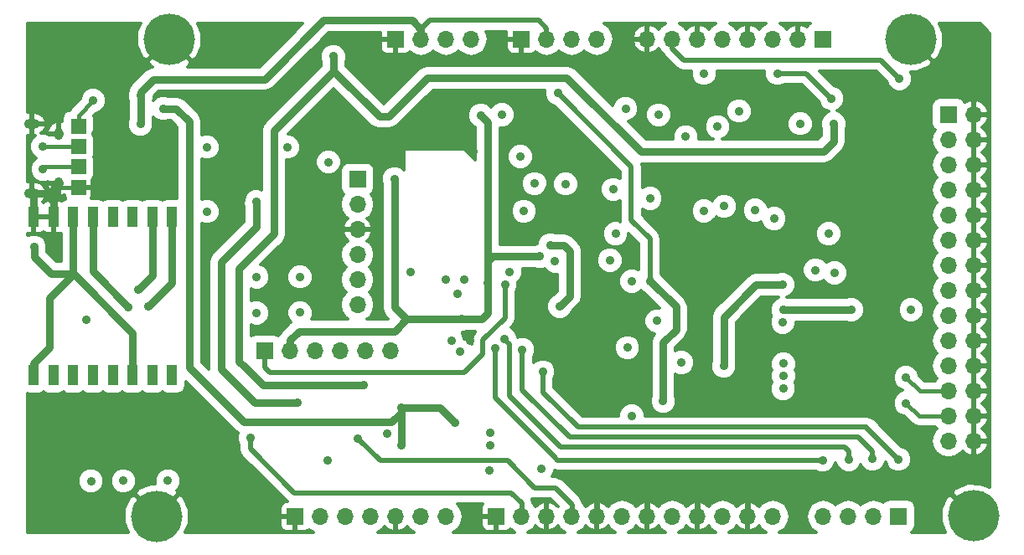
<source format=gbl>
G04 #@! TF.FileFunction,Copper,L4,Bot,Signal*
%FSLAX46Y46*%
G04 Gerber Fmt 4.6, Leading zero omitted, Abs format (unit mm)*
G04 Created by KiCad (PCBNEW 4.0.7-e2-6376~58~ubuntu16.04.1) date Wed Sep 12 20:07:01 2018*
%MOMM*%
%LPD*%
G01*
G04 APERTURE LIST*
%ADD10C,0.100000*%
%ADD11C,5.200000*%
%ADD12O,0.950000X1.250000*%
%ADD13O,1.550000X1.000000*%
%ADD14R,1.000000X2.000000*%
%ADD15R,1.700000X1.700000*%
%ADD16O,1.700000X1.700000*%
%ADD17R,1.500000X1.500000*%
%ADD18C,0.914400*%
%ADD19C,0.406400*%
%ADD20C,0.508000*%
%ADD21C,0.762000*%
%ADD22C,0.254000*%
%ADD23C,0.351000*%
G04 APERTURE END LIST*
D10*
D11*
X187420000Y-111010000D03*
D12*
X94980000Y-72360000D03*
X94980000Y-77360000D03*
D13*
X92280000Y-71360000D03*
X92280000Y-78360000D03*
D14*
X106440000Y-96770000D03*
X104440000Y-96770000D03*
X102440000Y-96770000D03*
X100440000Y-96770000D03*
X98440000Y-96770000D03*
X96440000Y-96770000D03*
X94440000Y-96770000D03*
X92440000Y-96770000D03*
X92440000Y-80770000D03*
X94440000Y-80770000D03*
X96440000Y-80770000D03*
X98440000Y-80770000D03*
X100440000Y-80770000D03*
X102440000Y-80770000D03*
X104440000Y-80770000D03*
X106440000Y-80770000D03*
D15*
X129030000Y-62790000D03*
D16*
X131570000Y-62790000D03*
X134110000Y-62790000D03*
X136650000Y-62790000D03*
D17*
X96960000Y-77760000D03*
X96970000Y-71590000D03*
X96960000Y-75700000D03*
X96990000Y-73650000D03*
D15*
X141740000Y-62780000D03*
D16*
X144280000Y-62780000D03*
X146820000Y-62780000D03*
X149360000Y-62780000D03*
D15*
X179840000Y-111040000D03*
D16*
X177300000Y-111040000D03*
X174760000Y-111040000D03*
X172220000Y-111040000D03*
D11*
X181090000Y-62780000D03*
X106150000Y-62770000D03*
X104880000Y-111020000D03*
D15*
X139200000Y-111040000D03*
D16*
X141740000Y-111040000D03*
X144280000Y-111040000D03*
X146820000Y-111040000D03*
X149360000Y-111040000D03*
X151900000Y-111040000D03*
X154440000Y-111040000D03*
X156980000Y-111040000D03*
X159520000Y-111040000D03*
X162060000Y-111040000D03*
X164600000Y-111040000D03*
X167140000Y-111040000D03*
D15*
X184890000Y-70410000D03*
D16*
X187430000Y-70410000D03*
X184890000Y-72950000D03*
X187430000Y-72950000D03*
X184890000Y-75490000D03*
X187430000Y-75490000D03*
X184890000Y-78030000D03*
X187430000Y-78030000D03*
X184890000Y-80570000D03*
X187430000Y-80570000D03*
X184890000Y-83110000D03*
X187430000Y-83110000D03*
X184890000Y-85650000D03*
X187430000Y-85650000D03*
X184890000Y-88190000D03*
X187430000Y-88190000D03*
X184890000Y-90730000D03*
X187430000Y-90730000D03*
X184890000Y-93270000D03*
X187430000Y-93270000D03*
X184890000Y-95810000D03*
X187430000Y-95810000D03*
X184890000Y-98350000D03*
X187430000Y-98350000D03*
X184890000Y-100890000D03*
X187430000Y-100890000D03*
X184890000Y-103430000D03*
X187430000Y-103430000D03*
D15*
X115820000Y-94340000D03*
D16*
X118360000Y-94340000D03*
X120900000Y-94340000D03*
X123440000Y-94340000D03*
X125980000Y-94340000D03*
X128520000Y-94340000D03*
D15*
X125170000Y-76950000D03*
D16*
X125170000Y-79490000D03*
X125170000Y-82030000D03*
X125170000Y-84570000D03*
X125170000Y-87110000D03*
X125170000Y-89650000D03*
D15*
X118880000Y-111090000D03*
D16*
X121420000Y-111090000D03*
X123960000Y-111090000D03*
X126500000Y-111090000D03*
X129040000Y-111090000D03*
X131580000Y-111090000D03*
X134120000Y-111090000D03*
D15*
X172220000Y-62770000D03*
D16*
X169680000Y-62770000D03*
X167140000Y-62770000D03*
X164600000Y-62770000D03*
X162060000Y-62770000D03*
X159520000Y-62770000D03*
X156980000Y-62770000D03*
X154440000Y-62770000D03*
D18*
X109840000Y-81850000D03*
X94740000Y-107470000D03*
X127740000Y-74940000D03*
X103290000Y-99460000D03*
X162760000Y-100480000D03*
X127630000Y-68730000D03*
X136570000Y-93300000D03*
X136850000Y-74110000D03*
X98670000Y-72380000D03*
X156910000Y-82700000D03*
X150740000Y-89920000D03*
X156230000Y-78410000D03*
X170370000Y-93540000D03*
X147760000Y-77420000D03*
X115380000Y-70620000D03*
X155310000Y-72590000D03*
X159010000Y-67910000D03*
X174350000Y-92650000D03*
X105540000Y-69800000D03*
X135050000Y-101580000D03*
X129590000Y-103850000D03*
X129590000Y-100040000D03*
X97730000Y-91140000D03*
X137610000Y-70490000D03*
X92490000Y-83830000D03*
X96450000Y-86500000D03*
X103230000Y-71390000D03*
X103250000Y-68510000D03*
X128900000Y-76910000D03*
X138300000Y-87420000D03*
X135660000Y-91120000D03*
X143600000Y-84760000D03*
X144640000Y-83590000D03*
X141630000Y-74640000D03*
X168200000Y-95610000D03*
X145600000Y-89800000D03*
X152890000Y-100890000D03*
X98230000Y-107470000D03*
X114970000Y-79230000D03*
X160190000Y-66250000D03*
X163700000Y-70050000D03*
X119100000Y-99560000D03*
X101510000Y-107460000D03*
X173290000Y-71320000D03*
X122750000Y-64530000D03*
X125780000Y-97760000D03*
X93370000Y-73650000D03*
X168200000Y-96860000D03*
X135270000Y-88530000D03*
X152250000Y-69800000D03*
X134060000Y-87080000D03*
X135960000Y-87060000D03*
X155600000Y-70450000D03*
X130560000Y-86320000D03*
X181100000Y-90140000D03*
X168170000Y-98150000D03*
X139070000Y-94010000D03*
X172150000Y-105350000D03*
X140010000Y-93130000D03*
X174790000Y-105310000D03*
X177210000Y-105260000D03*
X141830000Y-94180000D03*
X179830000Y-105280000D03*
X143880000Y-96440000D03*
X161550000Y-71640000D03*
X179930000Y-66780000D03*
X119360000Y-90440000D03*
X104050000Y-89840000D03*
X119360000Y-86820000D03*
X103010000Y-88150000D03*
X109960000Y-80210000D03*
X118080000Y-73690000D03*
X109950000Y-73690000D03*
X145390000Y-68240000D03*
X156050000Y-99410000D03*
X154720000Y-87230000D03*
X122240000Y-75210000D03*
X162170000Y-95860000D03*
X162210000Y-79690000D03*
X168120000Y-87620000D03*
X168150000Y-91410000D03*
X146200000Y-77420000D03*
X157890000Y-95500000D03*
X167620000Y-66240000D03*
X173060000Y-68780000D03*
X145130000Y-85220000D03*
X173370000Y-86430000D03*
X140550000Y-86300000D03*
X165360000Y-80070000D03*
X169900000Y-71320000D03*
X158330000Y-72660000D03*
X138470000Y-106420000D03*
X106010000Y-107460000D03*
X93400000Y-75940000D03*
X167250000Y-80940000D03*
X172760000Y-82460000D03*
X171440000Y-86130000D03*
X155420000Y-91290000D03*
X151240000Y-82460000D03*
X154710000Y-78900000D03*
X152890000Y-87270000D03*
X175100000Y-90150000D03*
X168170000Y-90160000D03*
X160190000Y-80170000D03*
X150660000Y-85140000D03*
X114330000Y-103100000D03*
X138570000Y-102580000D03*
X122130000Y-105380000D03*
X125210000Y-103170000D03*
X151020000Y-77990000D03*
X98470000Y-68990000D03*
X152430000Y-93990000D03*
X139750000Y-70440000D03*
X140070000Y-87630000D03*
X138580000Y-103850000D03*
X143750000Y-106220000D03*
X128180000Y-102670000D03*
X180600000Y-97000000D03*
X180600000Y-99600000D03*
X143040000Y-77390000D03*
X141980000Y-80180000D03*
X134650000Y-93250000D03*
X114990000Y-86830000D03*
X135550000Y-94350000D03*
X114990000Y-90480000D03*
X102020000Y-89860000D03*
D19*
X94740000Y-107470000D02*
X94730000Y-107480000D01*
D20*
X129030000Y-62790000D02*
X129030000Y-64210000D01*
X141740000Y-64370000D02*
X141740000Y-62780000D01*
X140980000Y-65130000D02*
X141740000Y-64370000D01*
X129950000Y-65130000D02*
X140980000Y-65130000D01*
X129030000Y-64210000D02*
X129950000Y-65130000D01*
D19*
X103290000Y-99460000D02*
X103300000Y-99460000D01*
D20*
X185150000Y-108740000D02*
X187420000Y-111010000D01*
D21*
X94440000Y-79220000D02*
X94440000Y-77900000D01*
X94440000Y-77900000D02*
X94980000Y-77360000D01*
X94440000Y-80770000D02*
X94440000Y-79220000D01*
X93580000Y-78360000D02*
X92280000Y-78360000D01*
X94440000Y-79220000D02*
X93580000Y-78360000D01*
X92440000Y-80770000D02*
X92440000Y-78520000D01*
X92440000Y-78520000D02*
X92280000Y-78360000D01*
D19*
X94980000Y-77360000D02*
X94980000Y-77730000D01*
X94980000Y-77730000D02*
X95010000Y-77760000D01*
X95010000Y-77760000D02*
X96960000Y-77760000D01*
D21*
X104880000Y-111020000D02*
X104880000Y-110950000D01*
X98660000Y-72370000D02*
X98670000Y-72380000D01*
D20*
X98660000Y-72370000D02*
X98670000Y-72380000D01*
D19*
X98670000Y-72380000D02*
X98660000Y-72370000D01*
D20*
X164090000Y-108740000D02*
X185150000Y-108740000D01*
X149430000Y-111030000D02*
X149430000Y-109400000D01*
X149430000Y-109400000D02*
X150090000Y-108740000D01*
X150090000Y-108740000D02*
X153830000Y-108740000D01*
X153830000Y-108740000D02*
X154510000Y-109420000D01*
X155190000Y-108740000D02*
X154510000Y-109420000D01*
X158970000Y-108740000D02*
X155190000Y-108740000D01*
X154510000Y-109420000D02*
X154510000Y-111030000D01*
X159590000Y-109360000D02*
X158970000Y-108740000D01*
X159590000Y-111030000D02*
X159590000Y-109360000D01*
X160210000Y-108740000D02*
X159590000Y-109360000D01*
X164670000Y-111030000D02*
X164670000Y-109320000D01*
X164670000Y-109320000D02*
X164090000Y-108740000D01*
X164090000Y-108740000D02*
X160210000Y-108740000D01*
X164670000Y-109320000D02*
X164090000Y-108740000D01*
D21*
X129590000Y-100040000D02*
X129590000Y-100550000D01*
X113720000Y-101530000D02*
X112230000Y-100040000D01*
X128610000Y-101530000D02*
X113720000Y-101530000D01*
X129590000Y-100550000D02*
X128610000Y-101530000D01*
X105540000Y-69800000D02*
X106860000Y-69800000D01*
X108190000Y-71130000D02*
X108190000Y-96000000D01*
X108190000Y-96000000D02*
X112230000Y-100040000D01*
X106860000Y-69800000D02*
X108190000Y-71130000D01*
X129590000Y-103850000D02*
X129590000Y-100040000D01*
X129590000Y-100040000D02*
X133510000Y-100040000D01*
X133510000Y-100040000D02*
X135050000Y-101580000D01*
X103250000Y-68510000D02*
X103250000Y-71370000D01*
X103250000Y-71370000D02*
X103230000Y-71390000D01*
X103250000Y-68510000D02*
X103250000Y-68140000D01*
X130700000Y-60880000D02*
X131570000Y-61750000D01*
X121730000Y-60880000D02*
X130700000Y-60880000D01*
X115780000Y-66830000D02*
X121730000Y-60880000D01*
X104560000Y-66830000D02*
X115780000Y-66830000D01*
X103250000Y-68140000D02*
X104560000Y-66830000D01*
X131570000Y-61750000D02*
X131570000Y-62790000D01*
D20*
X131570000Y-62790000D02*
X131570000Y-61750000D01*
X144280000Y-61660000D02*
X144280000Y-62780000D01*
X131570000Y-61750000D02*
X132440000Y-60880000D01*
X132440000Y-60880000D02*
X143500000Y-60880000D01*
X143500000Y-60880000D02*
X144280000Y-61660000D01*
D21*
X118360000Y-93200000D02*
X118360000Y-94340000D01*
D20*
X118360000Y-93200000D02*
X118360000Y-94340000D01*
D21*
X96450000Y-86500000D02*
X94190000Y-86500000D01*
X94190000Y-86500000D02*
X92500000Y-84810000D01*
X92500000Y-84810000D02*
X92490000Y-83830000D01*
X95850000Y-86500000D02*
X96450000Y-86500000D01*
D19*
X95850000Y-86500000D02*
X96450000Y-86500000D01*
D21*
X96450000Y-86500000D02*
X96450000Y-86500000D01*
X102440000Y-96770000D02*
X102440000Y-92490000D01*
X102440000Y-92490000D02*
X96450000Y-86500000D01*
X92440000Y-96770000D02*
X92440000Y-95560000D01*
X92440000Y-95560000D02*
X94020000Y-93980000D01*
X94020000Y-93980000D02*
X94020000Y-88930000D01*
X94020000Y-88930000D02*
X96450000Y-86500000D01*
X96440000Y-80770000D02*
X96440000Y-86490000D01*
X96440000Y-86490000D02*
X96450000Y-86500000D01*
X103250000Y-71370000D02*
X103230000Y-71390000D01*
D20*
X103250000Y-71370000D02*
X103230000Y-71390000D01*
D22*
X103230000Y-71390000D02*
X103250000Y-71370000D01*
D21*
X119250000Y-92310000D02*
X118360000Y-93200000D01*
D20*
X119250000Y-92310000D02*
X118360000Y-93200000D01*
D21*
X128930000Y-92310000D02*
X119250000Y-92310000D01*
X138300000Y-71180000D02*
X137610000Y-70490000D01*
X137700000Y-91120000D02*
X138300000Y-90520000D01*
X128900000Y-89900000D02*
X130120000Y-91120000D01*
X135660000Y-91120000D02*
X130120000Y-91120000D01*
X130120000Y-91120000D02*
X128930000Y-92310000D01*
D20*
X130120000Y-91120000D02*
X128930000Y-92310000D01*
D21*
X135660000Y-91120000D02*
X137700000Y-91120000D01*
X128900000Y-76910000D02*
X128900000Y-89900000D01*
X138300000Y-83790000D02*
X138300000Y-71180000D01*
X138300000Y-85260000D02*
X138300000Y-83790000D01*
X138300000Y-87420000D02*
X138300000Y-85260000D01*
X138300000Y-90520000D02*
X138300000Y-87420000D01*
X138800000Y-84760000D02*
X138300000Y-85260000D01*
X143600000Y-84760000D02*
X138800000Y-84760000D01*
X144640000Y-83590000D02*
X146000000Y-83590000D01*
X146000000Y-83590000D02*
X146610000Y-84200000D01*
X146610000Y-84200000D02*
X146610000Y-88790000D01*
X146610000Y-88790000D02*
X145600000Y-89800000D01*
X114970000Y-79230000D02*
X114970000Y-81750000D01*
X114970000Y-81750000D02*
X111370000Y-85350000D01*
X112110000Y-96870000D02*
X111370000Y-96130000D01*
X111370000Y-96130000D02*
X111370000Y-85350000D01*
X119100000Y-99560000D02*
X114800000Y-99560000D01*
X114800000Y-99560000D02*
X113260000Y-98020000D01*
X113260000Y-98020000D02*
X112110000Y-96870000D01*
X116740000Y-79780000D02*
X116740000Y-82450000D01*
X113210000Y-85980000D02*
X113210000Y-86590000D01*
X116740000Y-82450000D02*
X113210000Y-85980000D01*
X113750000Y-95900000D02*
X113210000Y-95360000D01*
X115610000Y-97760000D02*
X114220000Y-96370000D01*
X114220000Y-96370000D02*
X113750000Y-95900000D01*
X125780000Y-97760000D02*
X115610000Y-97760000D01*
X113210000Y-95360000D02*
X113210000Y-86590000D01*
X122750000Y-64530000D02*
X122750000Y-65990000D01*
X122750000Y-65990000D02*
X127390000Y-70630000D01*
X127390000Y-70630000D02*
X128310000Y-70630000D01*
X173290000Y-73090000D02*
X173290000Y-71320000D01*
X172230000Y-74150000D02*
X173290000Y-73090000D01*
X153780000Y-74150000D02*
X172230000Y-74150000D01*
X146315000Y-66685000D02*
X153780000Y-74150000D01*
X132255000Y-66685000D02*
X146315000Y-66685000D01*
X128310000Y-70630000D02*
X132255000Y-66685000D01*
X116740000Y-72000000D02*
X122750000Y-65990000D01*
X116740000Y-79780000D02*
X116740000Y-72000000D01*
D19*
X96990000Y-73650000D02*
X93370000Y-73650000D01*
X146730000Y-62780000D02*
X146760000Y-62780000D01*
D20*
X172150000Y-105350000D02*
X145360000Y-105350000D01*
X145360000Y-105350000D02*
X145085000Y-105075000D01*
X139070000Y-94010000D02*
X139070000Y-99060000D01*
X139070000Y-99060000D02*
X145085000Y-105075000D01*
X174790000Y-105310000D02*
X174790000Y-104420000D01*
X174790000Y-104420000D02*
X174421602Y-104051602D01*
D19*
X174790000Y-104420000D02*
X174421602Y-104051602D01*
D20*
X140010000Y-93130000D02*
X140010000Y-93160000D01*
X145701602Y-104051602D02*
X174421602Y-104051602D01*
X140510000Y-98860000D02*
X145701602Y-104051602D01*
X140510000Y-93660000D02*
X140510000Y-98860000D01*
X140010000Y-93160000D02*
X140510000Y-93660000D01*
X177210000Y-105260000D02*
X177210000Y-104470000D01*
X146630000Y-103040000D02*
X175780000Y-103040000D01*
X141830000Y-98240000D02*
X146630000Y-103040000D01*
X141830000Y-94180000D02*
X141830000Y-98240000D01*
X177210000Y-104470000D02*
X175780000Y-103040000D01*
X176620000Y-102070000D02*
X176620000Y-102040000D01*
X179830000Y-105280000D02*
X176620000Y-102070000D01*
X143880000Y-96440000D02*
X143880000Y-98500000D01*
X147420000Y-102040000D02*
X176620000Y-102040000D01*
X143880000Y-98500000D02*
X147420000Y-102040000D01*
X156980000Y-62770000D02*
X156980000Y-63710000D01*
X156980000Y-63710000D02*
X158150000Y-64880000D01*
X158150000Y-64880000D02*
X178030000Y-64880000D01*
X178030000Y-64880000D02*
X179930000Y-66780000D01*
D19*
X179930000Y-66780000D02*
X178030000Y-64880000D01*
D21*
X106440000Y-87450000D02*
X104050000Y-89840000D01*
X106440000Y-87450000D02*
X106440000Y-80770000D01*
X104440000Y-86720000D02*
X103010000Y-88150000D01*
X104440000Y-86720000D02*
X104440000Y-80770000D01*
D20*
X154720000Y-82970000D02*
X154720000Y-87230000D01*
X152830000Y-81080000D02*
X154720000Y-82970000D01*
X152830000Y-75680000D02*
X152830000Y-81080000D01*
X145390000Y-68240000D02*
X152830000Y-75680000D01*
D21*
X156050000Y-99410000D02*
X156050000Y-93450000D01*
X157340000Y-89850000D02*
X154720000Y-87230000D01*
X157340000Y-92160000D02*
X157340000Y-89850000D01*
X156050000Y-93450000D02*
X157340000Y-92160000D01*
X162170000Y-95860000D02*
X162170000Y-90880000D01*
X162170000Y-90880000D02*
X165430000Y-87620000D01*
X165430000Y-87620000D02*
X168120000Y-87620000D01*
D20*
X168120000Y-87620000D02*
X165430000Y-87620000D01*
X167620000Y-66240000D02*
X170520000Y-66240000D01*
X170520000Y-66240000D02*
X173060000Y-68780000D01*
D19*
X96960000Y-75700000D02*
X93640000Y-75700000D01*
X93640000Y-75700000D02*
X93400000Y-75940000D01*
D21*
X168170000Y-90160000D02*
X175090000Y-90160000D01*
X175090000Y-90160000D02*
X175100000Y-90150000D01*
D20*
X141750000Y-111050000D02*
X141750000Y-109700000D01*
X114330000Y-104240000D02*
X114330000Y-103100000D01*
X118760000Y-108670000D02*
X114330000Y-104240000D01*
X140720000Y-108670000D02*
X118760000Y-108670000D01*
X141750000Y-109700000D02*
X140720000Y-108670000D01*
X146830000Y-111050000D02*
X146830000Y-109850000D01*
X146830000Y-109850000D02*
X145150000Y-108170000D01*
X143060000Y-108170000D02*
X145150000Y-108170000D01*
X140310000Y-105420000D02*
X143060000Y-108170000D01*
X127460000Y-105420000D02*
X140310000Y-105420000D01*
X125210000Y-103170000D02*
X127460000Y-105420000D01*
D19*
X96970000Y-71590000D02*
X96970000Y-70490000D01*
X96970000Y-70490000D02*
X98470000Y-68990000D01*
X96970000Y-70490000D02*
X96970000Y-71360000D01*
X98470000Y-68990000D02*
X96970000Y-70490000D01*
D20*
X140070000Y-87630000D02*
X140070000Y-90980000D01*
X140070000Y-90980000D02*
X137820000Y-93230000D01*
X137820000Y-93230000D02*
X137820000Y-94630000D01*
X137820000Y-94630000D02*
X135980000Y-96470000D01*
X115820000Y-96020000D02*
X115820000Y-94340000D01*
X116270000Y-96470000D02*
X115820000Y-96020000D01*
X135980000Y-96470000D02*
X116270000Y-96470000D01*
D19*
X182000000Y-98400000D02*
X184840000Y-98400000D01*
X180600000Y-97000000D02*
X182000000Y-98400000D01*
X184840000Y-98400000D02*
X184890000Y-98350000D01*
X181890000Y-100890000D02*
X184890000Y-100890000D01*
X180600000Y-99600000D02*
X181890000Y-100890000D01*
D21*
X98440000Y-80770000D02*
X98440000Y-86280000D01*
X98440000Y-86280000D02*
X102020000Y-89860000D01*
D23*
G36*
X189044500Y-62173355D02*
X189044500Y-108135272D01*
X188124989Y-107737242D01*
X186818894Y-107716578D01*
X185604313Y-108197308D01*
X185516244Y-108256154D01*
X185229749Y-108708733D01*
X187420000Y-110898984D01*
X187434142Y-110884842D01*
X187545158Y-110995858D01*
X187531016Y-111010000D01*
X187545158Y-111024142D01*
X187434142Y-111135158D01*
X187420000Y-111121016D01*
X187405858Y-111135158D01*
X187294842Y-111024142D01*
X187308984Y-111010000D01*
X185118733Y-108819749D01*
X184666154Y-109106244D01*
X184147242Y-110305011D01*
X184126578Y-111611106D01*
X184539552Y-112654500D01*
X181118724Y-112654500D01*
X181312420Y-112529860D01*
X181512324Y-112237292D01*
X181582652Y-111890000D01*
X181582652Y-110190000D01*
X181521604Y-109865559D01*
X181329860Y-109567580D01*
X181037292Y-109367676D01*
X180690000Y-109297348D01*
X178990000Y-109297348D01*
X178665559Y-109358396D01*
X178367580Y-109550140D01*
X178304709Y-109642154D01*
X177960320Y-109412041D01*
X177300000Y-109280695D01*
X176639680Y-109412041D01*
X176079887Y-109786082D01*
X176030000Y-109860743D01*
X175980113Y-109786082D01*
X175420320Y-109412041D01*
X174760000Y-109280695D01*
X174099680Y-109412041D01*
X173539887Y-109786082D01*
X173490000Y-109860743D01*
X173440113Y-109786082D01*
X172880320Y-109412041D01*
X172220000Y-109280695D01*
X171559680Y-109412041D01*
X170999887Y-109786082D01*
X170625846Y-110345875D01*
X170494500Y-111006195D01*
X170494500Y-111073805D01*
X170625846Y-111734125D01*
X170999887Y-112293918D01*
X171539537Y-112654500D01*
X167820463Y-112654500D01*
X168360113Y-112293918D01*
X168734154Y-111734125D01*
X168865500Y-111073805D01*
X168865500Y-111006195D01*
X168734154Y-110345875D01*
X168360113Y-109786082D01*
X167800320Y-109412041D01*
X167140000Y-109280695D01*
X166479680Y-109412041D01*
X165919887Y-109786082D01*
X165741735Y-110052706D01*
X165436682Y-109754854D01*
X164917111Y-109539646D01*
X164678500Y-109679638D01*
X164678500Y-110961500D01*
X164698500Y-110961500D01*
X164698500Y-111118500D01*
X164678500Y-111118500D01*
X164678500Y-112400362D01*
X164917111Y-112540354D01*
X165436682Y-112325146D01*
X165741735Y-112027294D01*
X165919887Y-112293918D01*
X166459537Y-112654500D01*
X162740463Y-112654500D01*
X163280113Y-112293918D01*
X163458265Y-112027294D01*
X163763318Y-112325146D01*
X164282889Y-112540354D01*
X164521500Y-112400362D01*
X164521500Y-111118500D01*
X164501500Y-111118500D01*
X164501500Y-110961500D01*
X164521500Y-110961500D01*
X164521500Y-109679638D01*
X164282889Y-109539646D01*
X163763318Y-109754854D01*
X163458265Y-110052706D01*
X163280113Y-109786082D01*
X162720320Y-109412041D01*
X162060000Y-109280695D01*
X161399680Y-109412041D01*
X160839887Y-109786082D01*
X160661735Y-110052706D01*
X160356682Y-109754854D01*
X159837111Y-109539646D01*
X159598500Y-109679638D01*
X159598500Y-110961500D01*
X159618500Y-110961500D01*
X159618500Y-111118500D01*
X159598500Y-111118500D01*
X159598500Y-112400362D01*
X159837111Y-112540354D01*
X160356682Y-112325146D01*
X160661735Y-112027294D01*
X160839887Y-112293918D01*
X161379537Y-112654500D01*
X157660463Y-112654500D01*
X158200113Y-112293918D01*
X158378265Y-112027294D01*
X158683318Y-112325146D01*
X159202889Y-112540354D01*
X159441500Y-112400362D01*
X159441500Y-111118500D01*
X159421500Y-111118500D01*
X159421500Y-110961500D01*
X159441500Y-110961500D01*
X159441500Y-109679638D01*
X159202889Y-109539646D01*
X158683318Y-109754854D01*
X158378265Y-110052706D01*
X158200113Y-109786082D01*
X157640320Y-109412041D01*
X156980000Y-109280695D01*
X156319680Y-109412041D01*
X155759887Y-109786082D01*
X155581735Y-110052706D01*
X155276682Y-109754854D01*
X154757111Y-109539646D01*
X154518500Y-109679638D01*
X154518500Y-110961500D01*
X154538500Y-110961500D01*
X154538500Y-111118500D01*
X154518500Y-111118500D01*
X154518500Y-112400362D01*
X154757111Y-112540354D01*
X155276682Y-112325146D01*
X155581735Y-112027294D01*
X155759887Y-112293918D01*
X156299537Y-112654500D01*
X152580463Y-112654500D01*
X153120113Y-112293918D01*
X153298265Y-112027294D01*
X153603318Y-112325146D01*
X154122889Y-112540354D01*
X154361500Y-112400362D01*
X154361500Y-111118500D01*
X154341500Y-111118500D01*
X154341500Y-110961500D01*
X154361500Y-110961500D01*
X154361500Y-109679638D01*
X154122889Y-109539646D01*
X153603318Y-109754854D01*
X153298265Y-110052706D01*
X153120113Y-109786082D01*
X152560320Y-109412041D01*
X151900000Y-109280695D01*
X151239680Y-109412041D01*
X150679887Y-109786082D01*
X150501735Y-110052706D01*
X150196682Y-109754854D01*
X149677111Y-109539646D01*
X149438500Y-109679638D01*
X149438500Y-110961500D01*
X149458500Y-110961500D01*
X149458500Y-111118500D01*
X149438500Y-111118500D01*
X149438500Y-112400362D01*
X149677111Y-112540354D01*
X150196682Y-112325146D01*
X150501735Y-112027294D01*
X150679887Y-112293918D01*
X151219537Y-112654500D01*
X147500463Y-112654500D01*
X148040113Y-112293918D01*
X148218265Y-112027294D01*
X148523318Y-112325146D01*
X149042889Y-112540354D01*
X149281500Y-112400362D01*
X149281500Y-111118500D01*
X149261500Y-111118500D01*
X149261500Y-110961500D01*
X149281500Y-110961500D01*
X149281500Y-109679638D01*
X149042889Y-109539646D01*
X148523318Y-109754854D01*
X148218265Y-110052706D01*
X148040113Y-109786082D01*
X147932481Y-109714165D01*
X147873522Y-109417759D01*
X147628677Y-109051323D01*
X145948677Y-107371323D01*
X145582241Y-107126478D01*
X145150000Y-107040500D01*
X144814435Y-107040500D01*
X144879149Y-106975899D01*
X145082468Y-106486253D01*
X145082522Y-106424306D01*
X145360000Y-106479500D01*
X171394946Y-106479500D01*
X171883747Y-106682468D01*
X172413927Y-106682931D01*
X172903928Y-106480467D01*
X173279149Y-106105899D01*
X173478503Y-105625802D01*
X173659533Y-106063928D01*
X174034101Y-106439149D01*
X174523747Y-106642468D01*
X175053927Y-106642931D01*
X175543928Y-106440467D01*
X175919149Y-106065899D01*
X176010303Y-105846377D01*
X176079533Y-106013928D01*
X176454101Y-106389149D01*
X176943747Y-106592468D01*
X177473927Y-106592931D01*
X177963928Y-106390467D01*
X178339149Y-106015899D01*
X178516052Y-105589870D01*
X178699533Y-106033928D01*
X179074101Y-106409149D01*
X179563747Y-106612468D01*
X180093927Y-106612931D01*
X180583928Y-106410467D01*
X180959149Y-106035899D01*
X181162468Y-105546253D01*
X181162931Y-105016073D01*
X180960467Y-104526072D01*
X180585899Y-104150851D01*
X180096253Y-103947532D01*
X180094885Y-103947531D01*
X177479087Y-101331733D01*
X177418677Y-101241323D01*
X177052241Y-100996478D01*
X176620000Y-100910500D01*
X154222683Y-100910500D01*
X154222931Y-100626073D01*
X154020467Y-100136072D01*
X153645899Y-99760851D01*
X153156253Y-99557532D01*
X152626073Y-99557069D01*
X152136072Y-99759533D01*
X151760851Y-100134101D01*
X151557532Y-100623747D01*
X151557282Y-100910500D01*
X147887854Y-100910500D01*
X145009500Y-98032146D01*
X145009500Y-97195054D01*
X145212468Y-96706253D01*
X145212931Y-96176073D01*
X145010467Y-95686072D01*
X144635899Y-95310851D01*
X144146253Y-95107532D01*
X143616073Y-95107069D01*
X143126072Y-95309533D01*
X142959500Y-95475815D01*
X142959500Y-94935054D01*
X143162468Y-94446253D01*
X143162635Y-94253927D01*
X151097069Y-94253927D01*
X151299533Y-94743928D01*
X151674101Y-95119149D01*
X152163747Y-95322468D01*
X152693927Y-95322931D01*
X153183928Y-95120467D01*
X153559149Y-94745899D01*
X153762468Y-94256253D01*
X153762931Y-93726073D01*
X153560467Y-93236072D01*
X153185899Y-92860851D01*
X152696253Y-92657532D01*
X152166073Y-92657069D01*
X151676072Y-92859533D01*
X151300851Y-93234101D01*
X151097532Y-93723747D01*
X151097069Y-94253927D01*
X143162635Y-94253927D01*
X143162931Y-93916073D01*
X142960467Y-93426072D01*
X142585899Y-93050851D01*
X142096253Y-92847532D01*
X141566073Y-92847069D01*
X141356902Y-92933497D01*
X141342890Y-92912527D01*
X141342931Y-92866073D01*
X141140467Y-92376072D01*
X140765899Y-92000851D01*
X140681534Y-91965820D01*
X140868677Y-91778677D01*
X141113522Y-91412241D01*
X141199500Y-90980000D01*
X141199500Y-88385054D01*
X141402468Y-87896253D01*
X141402931Y-87366073D01*
X141392857Y-87341693D01*
X141679149Y-87055899D01*
X141882468Y-86566253D01*
X141882931Y-86036073D01*
X141874844Y-86016500D01*
X143150796Y-86016500D01*
X143333747Y-86092468D01*
X143863927Y-86092931D01*
X144044038Y-86018511D01*
X144374101Y-86349149D01*
X144863747Y-86552468D01*
X145353500Y-86552896D01*
X145353500Y-88269541D01*
X145029156Y-88593884D01*
X144846072Y-88669533D01*
X144470851Y-89044101D01*
X144267532Y-89533747D01*
X144267069Y-90063927D01*
X144469533Y-90553928D01*
X144844101Y-90929149D01*
X145333747Y-91132468D01*
X145863927Y-91132931D01*
X146353928Y-90930467D01*
X146729149Y-90555899D01*
X146805902Y-90371058D01*
X147498477Y-89678482D01*
X147498480Y-89678480D01*
X147770855Y-89270842D01*
X147795475Y-89147069D01*
X147866501Y-88790000D01*
X147866500Y-88789995D01*
X147866500Y-85403927D01*
X149327069Y-85403927D01*
X149529533Y-85893928D01*
X149904101Y-86269149D01*
X150393747Y-86472468D01*
X150923927Y-86472931D01*
X151413928Y-86270467D01*
X151789149Y-85895899D01*
X151992468Y-85406253D01*
X151992931Y-84876073D01*
X151790467Y-84386072D01*
X151415899Y-84010851D01*
X150926253Y-83807532D01*
X150396073Y-83807069D01*
X149906072Y-84009533D01*
X149530851Y-84384101D01*
X149327532Y-84873747D01*
X149327069Y-85403927D01*
X147866500Y-85403927D01*
X147866500Y-84200000D01*
X147770855Y-83719158D01*
X147498480Y-83311520D01*
X147498477Y-83311518D01*
X146888480Y-82701520D01*
X146480842Y-82429145D01*
X146000000Y-82333500D01*
X145089204Y-82333500D01*
X144906253Y-82257532D01*
X144376073Y-82257069D01*
X143886072Y-82459533D01*
X143510851Y-82834101D01*
X143307532Y-83323747D01*
X143307431Y-83438903D01*
X143151096Y-83503500D01*
X139556500Y-83503500D01*
X139556500Y-80443927D01*
X140647069Y-80443927D01*
X140849533Y-80933928D01*
X141224101Y-81309149D01*
X141713747Y-81512468D01*
X142243927Y-81512931D01*
X142733928Y-81310467D01*
X143109149Y-80935899D01*
X143312468Y-80446253D01*
X143312931Y-79916073D01*
X143110467Y-79426072D01*
X142735899Y-79050851D01*
X142246253Y-78847532D01*
X141716073Y-78847069D01*
X141226072Y-79049533D01*
X140850851Y-79424101D01*
X140647532Y-79913747D01*
X140647069Y-80443927D01*
X139556500Y-80443927D01*
X139556500Y-77653927D01*
X141707069Y-77653927D01*
X141909533Y-78143928D01*
X142284101Y-78519149D01*
X142773747Y-78722468D01*
X143303927Y-78722931D01*
X143793928Y-78520467D01*
X144169149Y-78145899D01*
X144360976Y-77683927D01*
X144867069Y-77683927D01*
X145069533Y-78173928D01*
X145444101Y-78549149D01*
X145933747Y-78752468D01*
X146463927Y-78752931D01*
X146953928Y-78550467D01*
X147329149Y-78175899D01*
X147532468Y-77686253D01*
X147532931Y-77156073D01*
X147330467Y-76666072D01*
X146955899Y-76290851D01*
X146466253Y-76087532D01*
X145936073Y-76087069D01*
X145446072Y-76289533D01*
X145070851Y-76664101D01*
X144867532Y-77153747D01*
X144867069Y-77683927D01*
X144360976Y-77683927D01*
X144372468Y-77656253D01*
X144372931Y-77126073D01*
X144170467Y-76636072D01*
X143795899Y-76260851D01*
X143306253Y-76057532D01*
X142776073Y-76057069D01*
X142286072Y-76259533D01*
X141910851Y-76634101D01*
X141707532Y-77123747D01*
X141707069Y-77653927D01*
X139556500Y-77653927D01*
X139556500Y-74903927D01*
X140297069Y-74903927D01*
X140499533Y-75393928D01*
X140874101Y-75769149D01*
X141363747Y-75972468D01*
X141893927Y-75972931D01*
X142383928Y-75770467D01*
X142759149Y-75395899D01*
X142962468Y-74906253D01*
X142962931Y-74376073D01*
X142760467Y-73886072D01*
X142385899Y-73510851D01*
X141896253Y-73307532D01*
X141366073Y-73307069D01*
X140876072Y-73509533D01*
X140500851Y-73884101D01*
X140297532Y-74373747D01*
X140297069Y-74903927D01*
X139556500Y-74903927D01*
X139556500Y-71772532D01*
X140013927Y-71772931D01*
X140503928Y-71570467D01*
X140879149Y-71195899D01*
X141082468Y-70706253D01*
X141082931Y-70176073D01*
X140880467Y-69686072D01*
X140505899Y-69310851D01*
X140016253Y-69107532D01*
X139486073Y-69107069D01*
X138996072Y-69309533D01*
X138654778Y-69650233D01*
X138365899Y-69360851D01*
X137876253Y-69157532D01*
X137346073Y-69157069D01*
X136856072Y-69359533D01*
X136480851Y-69734101D01*
X136277532Y-70223747D01*
X136277069Y-70753927D01*
X136479533Y-71243928D01*
X136854101Y-71619149D01*
X137038942Y-71695902D01*
X137043500Y-71700460D01*
X137043500Y-74955306D01*
X136034097Y-73945903D01*
X135978279Y-73908327D01*
X135910000Y-73894500D01*
X130050000Y-73894500D01*
X129986213Y-73906502D01*
X129927629Y-73944200D01*
X129888327Y-74001721D01*
X129874500Y-74070000D01*
X129874500Y-75999833D01*
X129655899Y-75780851D01*
X129166253Y-75577532D01*
X128636073Y-75577069D01*
X128146072Y-75779533D01*
X127770851Y-76154101D01*
X127567532Y-76643747D01*
X127567069Y-77173927D01*
X127643500Y-77358904D01*
X127643500Y-89900000D01*
X127739145Y-90380842D01*
X128011520Y-90788480D01*
X128276540Y-91053500D01*
X126149459Y-91053500D01*
X126423918Y-90870113D01*
X126797959Y-90310320D01*
X126929305Y-89650000D01*
X126797959Y-88989680D01*
X126423918Y-88429887D01*
X126349257Y-88380000D01*
X126423918Y-88330113D01*
X126797959Y-87770320D01*
X126929305Y-87110000D01*
X126797959Y-86449680D01*
X126423918Y-85889887D01*
X126349257Y-85840000D01*
X126423918Y-85790113D01*
X126797959Y-85230320D01*
X126929305Y-84570000D01*
X126797959Y-83909680D01*
X126423918Y-83349887D01*
X126157294Y-83171735D01*
X126455146Y-82866682D01*
X126670354Y-82347111D01*
X126530362Y-82108500D01*
X125248500Y-82108500D01*
X125248500Y-82128500D01*
X125091500Y-82128500D01*
X125091500Y-82108500D01*
X123809638Y-82108500D01*
X123669646Y-82347111D01*
X123884854Y-82866682D01*
X124182706Y-83171735D01*
X123916082Y-83349887D01*
X123542041Y-83909680D01*
X123410695Y-84570000D01*
X123542041Y-85230320D01*
X123916082Y-85790113D01*
X123990743Y-85840000D01*
X123916082Y-85889887D01*
X123542041Y-86449680D01*
X123410695Y-87110000D01*
X123542041Y-87770320D01*
X123916082Y-88330113D01*
X123990743Y-88380000D01*
X123916082Y-88429887D01*
X123542041Y-88989680D01*
X123410695Y-89650000D01*
X123542041Y-90310320D01*
X123916082Y-90870113D01*
X124190541Y-91053500D01*
X120548278Y-91053500D01*
X120692468Y-90706253D01*
X120692931Y-90176073D01*
X120490467Y-89686072D01*
X120115899Y-89310851D01*
X119626253Y-89107532D01*
X119096073Y-89107069D01*
X118606072Y-89309533D01*
X118230851Y-89684101D01*
X118027532Y-90173747D01*
X118027069Y-90703927D01*
X118229533Y-91193928D01*
X118418633Y-91383358D01*
X118361520Y-91421520D01*
X117471520Y-92311520D01*
X117199145Y-92719158D01*
X117186402Y-92783224D01*
X117017292Y-92667676D01*
X116670000Y-92597348D01*
X114970000Y-92597348D01*
X114645559Y-92658396D01*
X114466500Y-92773617D01*
X114466500Y-91705650D01*
X114723747Y-91812468D01*
X115253927Y-91812931D01*
X115743928Y-91610467D01*
X116119149Y-91235899D01*
X116322468Y-90746253D01*
X116322931Y-90216073D01*
X116120467Y-89726072D01*
X115745899Y-89350851D01*
X115256253Y-89147532D01*
X114726073Y-89147069D01*
X114466500Y-89254322D01*
X114466500Y-88055650D01*
X114723747Y-88162468D01*
X115253927Y-88162931D01*
X115743928Y-87960467D01*
X116119149Y-87585899D01*
X116322468Y-87096253D01*
X116322478Y-87083927D01*
X118027069Y-87083927D01*
X118229533Y-87573928D01*
X118604101Y-87949149D01*
X119093747Y-88152468D01*
X119623927Y-88152931D01*
X120113928Y-87950467D01*
X120489149Y-87575899D01*
X120692468Y-87086253D01*
X120692931Y-86556073D01*
X120490467Y-86066072D01*
X120115899Y-85690851D01*
X119626253Y-85487532D01*
X119096073Y-85487069D01*
X118606072Y-85689533D01*
X118230851Y-86064101D01*
X118027532Y-86553747D01*
X118027069Y-87083927D01*
X116322478Y-87083927D01*
X116322931Y-86566073D01*
X116120467Y-86076072D01*
X115745899Y-85700851D01*
X115406882Y-85560078D01*
X117628480Y-83338480D01*
X117900855Y-82930842D01*
X117996501Y-82450000D01*
X117996500Y-82449995D01*
X117996500Y-79490000D01*
X123410695Y-79490000D01*
X123542041Y-80150320D01*
X123916082Y-80710113D01*
X124182706Y-80888265D01*
X123884854Y-81193318D01*
X123669646Y-81712889D01*
X123809638Y-81951500D01*
X125091500Y-81951500D01*
X125091500Y-81931500D01*
X125248500Y-81931500D01*
X125248500Y-81951500D01*
X126530362Y-81951500D01*
X126670354Y-81712889D01*
X126455146Y-81193318D01*
X126157294Y-80888265D01*
X126423918Y-80710113D01*
X126797959Y-80150320D01*
X126929305Y-79490000D01*
X126797959Y-78829680D01*
X126569040Y-78487078D01*
X126642420Y-78439860D01*
X126842324Y-78147292D01*
X126912652Y-77800000D01*
X126912652Y-76100000D01*
X126851604Y-75775559D01*
X126659860Y-75477580D01*
X126367292Y-75277676D01*
X126020000Y-75207348D01*
X124320000Y-75207348D01*
X123995559Y-75268396D01*
X123697580Y-75460140D01*
X123497676Y-75752708D01*
X123427348Y-76100000D01*
X123427348Y-77800000D01*
X123488396Y-78124441D01*
X123680140Y-78422420D01*
X123772154Y-78485291D01*
X123542041Y-78829680D01*
X123410695Y-79490000D01*
X117996500Y-79490000D01*
X117996500Y-75473927D01*
X120907069Y-75473927D01*
X121109533Y-75963928D01*
X121484101Y-76339149D01*
X121973747Y-76542468D01*
X122503927Y-76542931D01*
X122993928Y-76340467D01*
X123369149Y-75965899D01*
X123572468Y-75476253D01*
X123572931Y-74946073D01*
X123370467Y-74456072D01*
X122995899Y-74080851D01*
X122506253Y-73877532D01*
X121976073Y-73877069D01*
X121486072Y-74079533D01*
X121110851Y-74454101D01*
X120907532Y-74943747D01*
X120907069Y-75473927D01*
X117996500Y-75473927D01*
X117996500Y-75022628D01*
X118343927Y-75022931D01*
X118833928Y-74820467D01*
X119209149Y-74445899D01*
X119412468Y-73956253D01*
X119412931Y-73426073D01*
X119210467Y-72936072D01*
X118835899Y-72560851D01*
X118346253Y-72357532D01*
X118159591Y-72357369D01*
X122750000Y-67766960D01*
X126501520Y-71518480D01*
X126909158Y-71790855D01*
X127390000Y-71886501D01*
X127390005Y-71886500D01*
X128310000Y-71886500D01*
X128790842Y-71790855D01*
X129198480Y-71518480D01*
X132775459Y-67941500D01*
X144070922Y-67941500D01*
X144057532Y-67973747D01*
X144057069Y-68503927D01*
X144259533Y-68993928D01*
X144634101Y-69369149D01*
X145123747Y-69572468D01*
X145125115Y-69572469D01*
X151700500Y-76147854D01*
X151700500Y-76829543D01*
X151286253Y-76657532D01*
X150756073Y-76657069D01*
X150266072Y-76859533D01*
X149890851Y-77234101D01*
X149687532Y-77723747D01*
X149687069Y-78253927D01*
X149889533Y-78743928D01*
X150264101Y-79119149D01*
X150753747Y-79322468D01*
X151283927Y-79322931D01*
X151700500Y-79150807D01*
X151700500Y-81080000D01*
X151728294Y-81219732D01*
X151506253Y-81127532D01*
X150976073Y-81127069D01*
X150486072Y-81329533D01*
X150110851Y-81704101D01*
X149907532Y-82193747D01*
X149907069Y-82723927D01*
X150109533Y-83213928D01*
X150484101Y-83589149D01*
X150973747Y-83792468D01*
X151503927Y-83792931D01*
X151993928Y-83590467D01*
X152369149Y-83215899D01*
X152572468Y-82726253D01*
X152572735Y-82420089D01*
X153590500Y-83437854D01*
X153590500Y-86117847D01*
X153156253Y-85937532D01*
X152626073Y-85937069D01*
X152136072Y-86139533D01*
X151760851Y-86514101D01*
X151557532Y-87003747D01*
X151557069Y-87533927D01*
X151759533Y-88023928D01*
X152134101Y-88399149D01*
X152623747Y-88602468D01*
X153153927Y-88602931D01*
X153643928Y-88400467D01*
X153824952Y-88219758D01*
X153964101Y-88359149D01*
X154148942Y-88435902D01*
X155670559Y-89957518D01*
X155156073Y-89957069D01*
X154666072Y-90159533D01*
X154290851Y-90534101D01*
X154087532Y-91023747D01*
X154087069Y-91553927D01*
X154289533Y-92043928D01*
X154664101Y-92419149D01*
X155127953Y-92611757D01*
X154889145Y-92969158D01*
X154793500Y-93450000D01*
X154793500Y-98960796D01*
X154717532Y-99143747D01*
X154717069Y-99673927D01*
X154919533Y-100163928D01*
X155294101Y-100539149D01*
X155783747Y-100742468D01*
X156313927Y-100742931D01*
X156803928Y-100540467D01*
X157179149Y-100165899D01*
X157382468Y-99676253D01*
X157382931Y-99146073D01*
X157306500Y-98961096D01*
X157306500Y-98413927D01*
X166837069Y-98413927D01*
X167039533Y-98903928D01*
X167414101Y-99279149D01*
X167903747Y-99482468D01*
X168433927Y-99482931D01*
X168923928Y-99280467D01*
X169299149Y-98905899D01*
X169502468Y-98416253D01*
X169502931Y-97886073D01*
X169360300Y-97540879D01*
X169475300Y-97263927D01*
X179267069Y-97263927D01*
X179469533Y-97753928D01*
X179844101Y-98129149D01*
X180255964Y-98300169D01*
X179846072Y-98469533D01*
X179470851Y-98844101D01*
X179267532Y-99333747D01*
X179267069Y-99863927D01*
X179469533Y-100353928D01*
X179844101Y-100729149D01*
X180333747Y-100932468D01*
X180407020Y-100932532D01*
X181127244Y-101652756D01*
X181477199Y-101886589D01*
X181890000Y-101968700D01*
X183541593Y-101968700D01*
X183636082Y-102110113D01*
X183710743Y-102160000D01*
X183636082Y-102209887D01*
X183262041Y-102769680D01*
X183130695Y-103430000D01*
X183262041Y-104090320D01*
X183636082Y-104650113D01*
X184195875Y-105024154D01*
X184856195Y-105155500D01*
X184923805Y-105155500D01*
X185584125Y-105024154D01*
X186143918Y-104650113D01*
X186296406Y-104421898D01*
X186562864Y-104694798D01*
X187112888Y-104930360D01*
X187351500Y-104790620D01*
X187351500Y-103508500D01*
X187508500Y-103508500D01*
X187508500Y-104790620D01*
X187747112Y-104930360D01*
X188297136Y-104694798D01*
X188715146Y-104266682D01*
X188930354Y-103747111D01*
X188790362Y-103508500D01*
X187508500Y-103508500D01*
X187351500Y-103508500D01*
X187331500Y-103508500D01*
X187331500Y-103351500D01*
X187351500Y-103351500D01*
X187351500Y-100968500D01*
X187508500Y-100968500D01*
X187508500Y-103351500D01*
X188790362Y-103351500D01*
X188930354Y-103112889D01*
X188715146Y-102593318D01*
X188297136Y-102165202D01*
X188284990Y-102160000D01*
X188297136Y-102154798D01*
X188715146Y-101726682D01*
X188930354Y-101207111D01*
X188790362Y-100968500D01*
X187508500Y-100968500D01*
X187351500Y-100968500D01*
X187331500Y-100968500D01*
X187331500Y-100811500D01*
X187351500Y-100811500D01*
X187351500Y-98428500D01*
X187508500Y-98428500D01*
X187508500Y-100811500D01*
X188790362Y-100811500D01*
X188930354Y-100572889D01*
X188715146Y-100053318D01*
X188297136Y-99625202D01*
X188284990Y-99620000D01*
X188297136Y-99614798D01*
X188715146Y-99186682D01*
X188930354Y-98667111D01*
X188790362Y-98428500D01*
X187508500Y-98428500D01*
X187351500Y-98428500D01*
X187331500Y-98428500D01*
X187331500Y-98271500D01*
X187351500Y-98271500D01*
X187351500Y-95888500D01*
X187508500Y-95888500D01*
X187508500Y-98271500D01*
X188790362Y-98271500D01*
X188930354Y-98032889D01*
X188715146Y-97513318D01*
X188297136Y-97085202D01*
X188284990Y-97080000D01*
X188297136Y-97074798D01*
X188715146Y-96646682D01*
X188930354Y-96127111D01*
X188790362Y-95888500D01*
X187508500Y-95888500D01*
X187351500Y-95888500D01*
X187331500Y-95888500D01*
X187331500Y-95731500D01*
X187351500Y-95731500D01*
X187351500Y-93348500D01*
X187508500Y-93348500D01*
X187508500Y-95731500D01*
X188790362Y-95731500D01*
X188930354Y-95492889D01*
X188715146Y-94973318D01*
X188297136Y-94545202D01*
X188284990Y-94540000D01*
X188297136Y-94534798D01*
X188715146Y-94106682D01*
X188930354Y-93587111D01*
X188790362Y-93348500D01*
X187508500Y-93348500D01*
X187351500Y-93348500D01*
X187331500Y-93348500D01*
X187331500Y-93191500D01*
X187351500Y-93191500D01*
X187351500Y-90808500D01*
X187508500Y-90808500D01*
X187508500Y-93191500D01*
X188790362Y-93191500D01*
X188930354Y-92952889D01*
X188715146Y-92433318D01*
X188297136Y-92005202D01*
X188284990Y-92000000D01*
X188297136Y-91994798D01*
X188715146Y-91566682D01*
X188930354Y-91047111D01*
X188790362Y-90808500D01*
X187508500Y-90808500D01*
X187351500Y-90808500D01*
X187331500Y-90808500D01*
X187331500Y-90651500D01*
X187351500Y-90651500D01*
X187351500Y-88268500D01*
X187508500Y-88268500D01*
X187508500Y-90651500D01*
X188790362Y-90651500D01*
X188930354Y-90412889D01*
X188715146Y-89893318D01*
X188297136Y-89465202D01*
X188284990Y-89460000D01*
X188297136Y-89454798D01*
X188715146Y-89026682D01*
X188930354Y-88507111D01*
X188790362Y-88268500D01*
X187508500Y-88268500D01*
X187351500Y-88268500D01*
X187331500Y-88268500D01*
X187331500Y-88111500D01*
X187351500Y-88111500D01*
X187351500Y-85728500D01*
X187508500Y-85728500D01*
X187508500Y-88111500D01*
X188790362Y-88111500D01*
X188930354Y-87872889D01*
X188715146Y-87353318D01*
X188297136Y-86925202D01*
X188284990Y-86920000D01*
X188297136Y-86914798D01*
X188715146Y-86486682D01*
X188930354Y-85967111D01*
X188790362Y-85728500D01*
X187508500Y-85728500D01*
X187351500Y-85728500D01*
X187331500Y-85728500D01*
X187331500Y-85571500D01*
X187351500Y-85571500D01*
X187351500Y-83188500D01*
X187508500Y-83188500D01*
X187508500Y-85571500D01*
X188790362Y-85571500D01*
X188930354Y-85332889D01*
X188715146Y-84813318D01*
X188297136Y-84385202D01*
X188284990Y-84380000D01*
X188297136Y-84374798D01*
X188715146Y-83946682D01*
X188930354Y-83427111D01*
X188790362Y-83188500D01*
X187508500Y-83188500D01*
X187351500Y-83188500D01*
X187331500Y-83188500D01*
X187331500Y-83031500D01*
X187351500Y-83031500D01*
X187351500Y-80648500D01*
X187508500Y-80648500D01*
X187508500Y-83031500D01*
X188790362Y-83031500D01*
X188930354Y-82792889D01*
X188715146Y-82273318D01*
X188297136Y-81845202D01*
X188284990Y-81840000D01*
X188297136Y-81834798D01*
X188715146Y-81406682D01*
X188930354Y-80887111D01*
X188790362Y-80648500D01*
X187508500Y-80648500D01*
X187351500Y-80648500D01*
X187331500Y-80648500D01*
X187331500Y-80491500D01*
X187351500Y-80491500D01*
X187351500Y-78108500D01*
X187508500Y-78108500D01*
X187508500Y-80491500D01*
X188790362Y-80491500D01*
X188930354Y-80252889D01*
X188715146Y-79733318D01*
X188297136Y-79305202D01*
X188284990Y-79300000D01*
X188297136Y-79294798D01*
X188715146Y-78866682D01*
X188930354Y-78347111D01*
X188790362Y-78108500D01*
X187508500Y-78108500D01*
X187351500Y-78108500D01*
X187331500Y-78108500D01*
X187331500Y-77951500D01*
X187351500Y-77951500D01*
X187351500Y-75568500D01*
X187508500Y-75568500D01*
X187508500Y-77951500D01*
X188790362Y-77951500D01*
X188930354Y-77712889D01*
X188715146Y-77193318D01*
X188297136Y-76765202D01*
X188284990Y-76760000D01*
X188297136Y-76754798D01*
X188715146Y-76326682D01*
X188930354Y-75807111D01*
X188790362Y-75568500D01*
X187508500Y-75568500D01*
X187351500Y-75568500D01*
X187331500Y-75568500D01*
X187331500Y-75411500D01*
X187351500Y-75411500D01*
X187351500Y-73028500D01*
X187508500Y-73028500D01*
X187508500Y-75411500D01*
X188790362Y-75411500D01*
X188930354Y-75172889D01*
X188715146Y-74653318D01*
X188297136Y-74225202D01*
X188284990Y-74220000D01*
X188297136Y-74214798D01*
X188715146Y-73786682D01*
X188930354Y-73267111D01*
X188790362Y-73028500D01*
X187508500Y-73028500D01*
X187351500Y-73028500D01*
X187331500Y-73028500D01*
X187331500Y-72871500D01*
X187351500Y-72871500D01*
X187351500Y-70488500D01*
X187508500Y-70488500D01*
X187508500Y-72871500D01*
X188790362Y-72871500D01*
X188930354Y-72632889D01*
X188715146Y-72113318D01*
X188297136Y-71685202D01*
X188284990Y-71680000D01*
X188297136Y-71674798D01*
X188715146Y-71246682D01*
X188930354Y-70727111D01*
X188790362Y-70488500D01*
X187508500Y-70488500D01*
X187351500Y-70488500D01*
X187331500Y-70488500D01*
X187331500Y-70331500D01*
X187351500Y-70331500D01*
X187351500Y-69049380D01*
X187508500Y-69049380D01*
X187508500Y-70331500D01*
X188790362Y-70331500D01*
X188930354Y-70092889D01*
X188715146Y-69573318D01*
X188297136Y-69145202D01*
X187747112Y-68909640D01*
X187508500Y-69049380D01*
X187351500Y-69049380D01*
X187112888Y-68909640D01*
X186562864Y-69145202D01*
X186533086Y-69175700D01*
X186379860Y-68937580D01*
X186087292Y-68737676D01*
X185740000Y-68667348D01*
X184040000Y-68667348D01*
X183715559Y-68728396D01*
X183417580Y-68920140D01*
X183217676Y-69212708D01*
X183147348Y-69560000D01*
X183147348Y-71260000D01*
X183208396Y-71584441D01*
X183400140Y-71882420D01*
X183492154Y-71945291D01*
X183262041Y-72289680D01*
X183130695Y-72950000D01*
X183262041Y-73610320D01*
X183636082Y-74170113D01*
X183710743Y-74220000D01*
X183636082Y-74269887D01*
X183262041Y-74829680D01*
X183130695Y-75490000D01*
X183262041Y-76150320D01*
X183636082Y-76710113D01*
X183710743Y-76760000D01*
X183636082Y-76809887D01*
X183262041Y-77369680D01*
X183130695Y-78030000D01*
X183262041Y-78690320D01*
X183636082Y-79250113D01*
X183710743Y-79300000D01*
X183636082Y-79349887D01*
X183262041Y-79909680D01*
X183130695Y-80570000D01*
X183262041Y-81230320D01*
X183636082Y-81790113D01*
X183710743Y-81840000D01*
X183636082Y-81889887D01*
X183262041Y-82449680D01*
X183130695Y-83110000D01*
X183262041Y-83770320D01*
X183636082Y-84330113D01*
X183710743Y-84380000D01*
X183636082Y-84429887D01*
X183262041Y-84989680D01*
X183130695Y-85650000D01*
X183262041Y-86310320D01*
X183636082Y-86870113D01*
X183710743Y-86920000D01*
X183636082Y-86969887D01*
X183262041Y-87529680D01*
X183130695Y-88190000D01*
X183262041Y-88850320D01*
X183636082Y-89410113D01*
X183710743Y-89460000D01*
X183636082Y-89509887D01*
X183262041Y-90069680D01*
X183130695Y-90730000D01*
X183262041Y-91390320D01*
X183636082Y-91950113D01*
X183710743Y-92000000D01*
X183636082Y-92049887D01*
X183262041Y-92609680D01*
X183130695Y-93270000D01*
X183262041Y-93930320D01*
X183636082Y-94490113D01*
X183710743Y-94540000D01*
X183636082Y-94589887D01*
X183262041Y-95149680D01*
X183130695Y-95810000D01*
X183262041Y-96470320D01*
X183636082Y-97030113D01*
X183710743Y-97080000D01*
X183636082Y-97129887D01*
X183508184Y-97321300D01*
X182446812Y-97321300D01*
X181932869Y-96807357D01*
X181932931Y-96736073D01*
X181730467Y-96246072D01*
X181355899Y-95870851D01*
X180866253Y-95667532D01*
X180336073Y-95667069D01*
X179846072Y-95869533D01*
X179470851Y-96244101D01*
X179267532Y-96733747D01*
X179267069Y-97263927D01*
X169475300Y-97263927D01*
X169532468Y-97126253D01*
X169532931Y-96596073D01*
X169383621Y-96234715D01*
X169532468Y-95876253D01*
X169532931Y-95346073D01*
X169330467Y-94856072D01*
X168955899Y-94480851D01*
X168466253Y-94277532D01*
X167936073Y-94277069D01*
X167446072Y-94479533D01*
X167070851Y-94854101D01*
X166867532Y-95343747D01*
X166867069Y-95873927D01*
X167016379Y-96235285D01*
X166867532Y-96593747D01*
X166867069Y-97123927D01*
X167009700Y-97469121D01*
X166837532Y-97883747D01*
X166837069Y-98413927D01*
X157306500Y-98413927D01*
X157306500Y-96700735D01*
X157623747Y-96832468D01*
X158153927Y-96832931D01*
X158643928Y-96630467D01*
X159019149Y-96255899D01*
X159073948Y-96123927D01*
X160837069Y-96123927D01*
X161039533Y-96613928D01*
X161414101Y-96989149D01*
X161903747Y-97192468D01*
X162433927Y-97192931D01*
X162923928Y-96990467D01*
X163299149Y-96615899D01*
X163502468Y-96126253D01*
X163502931Y-95596073D01*
X163426500Y-95411096D01*
X163426500Y-91400460D01*
X165950460Y-88876500D01*
X167670796Y-88876500D01*
X167728476Y-88900451D01*
X167416072Y-89029533D01*
X167040851Y-89404101D01*
X166837532Y-89893747D01*
X166837069Y-90423927D01*
X166976403Y-90761143D01*
X166817532Y-91143747D01*
X166817069Y-91673927D01*
X167019533Y-92163928D01*
X167394101Y-92539149D01*
X167883747Y-92742468D01*
X168413927Y-92742931D01*
X168903928Y-92540467D01*
X169279149Y-92165899D01*
X169482468Y-91676253D01*
X169482695Y-91416500D01*
X174674879Y-91416500D01*
X174833747Y-91482468D01*
X175363927Y-91482931D01*
X175853928Y-91280467D01*
X176229149Y-90905899D01*
X176432468Y-90416253D01*
X176432478Y-90403927D01*
X179767069Y-90403927D01*
X179969533Y-90893928D01*
X180344101Y-91269149D01*
X180833747Y-91472468D01*
X181363927Y-91472931D01*
X181853928Y-91270467D01*
X182229149Y-90895899D01*
X182432468Y-90406253D01*
X182432931Y-89876073D01*
X182230467Y-89386072D01*
X181855899Y-89010851D01*
X181366253Y-88807532D01*
X180836073Y-88807069D01*
X180346072Y-89009533D01*
X179970851Y-89384101D01*
X179767532Y-89873747D01*
X179767069Y-90403927D01*
X176432478Y-90403927D01*
X176432931Y-89886073D01*
X176230467Y-89396072D01*
X175855899Y-89020851D01*
X175366253Y-88817532D01*
X174836073Y-88817069D01*
X174626894Y-88903500D01*
X168619204Y-88903500D01*
X168561524Y-88879549D01*
X168873928Y-88750467D01*
X169249149Y-88375899D01*
X169452468Y-87886253D01*
X169452931Y-87356073D01*
X169250467Y-86866072D01*
X168875899Y-86490851D01*
X168642481Y-86393927D01*
X170107069Y-86393927D01*
X170309533Y-86883928D01*
X170684101Y-87259149D01*
X171173747Y-87462468D01*
X171703927Y-87462931D01*
X172193928Y-87260467D01*
X172255040Y-87199462D01*
X172614101Y-87559149D01*
X173103747Y-87762468D01*
X173633927Y-87762931D01*
X174123928Y-87560467D01*
X174499149Y-87185899D01*
X174702468Y-86696253D01*
X174702931Y-86166073D01*
X174500467Y-85676072D01*
X174125899Y-85300851D01*
X173636253Y-85097532D01*
X173106073Y-85097069D01*
X172616072Y-85299533D01*
X172554960Y-85360538D01*
X172195899Y-85000851D01*
X171706253Y-84797532D01*
X171176073Y-84797069D01*
X170686072Y-84999533D01*
X170310851Y-85374101D01*
X170107532Y-85863747D01*
X170107069Y-86393927D01*
X168642481Y-86393927D01*
X168386253Y-86287532D01*
X167856073Y-86287069D01*
X167671096Y-86363500D01*
X165430000Y-86363500D01*
X164949158Y-86459145D01*
X164541520Y-86731520D01*
X161281520Y-89991520D01*
X161009145Y-90399158D01*
X160913500Y-90880000D01*
X160913500Y-95410796D01*
X160837532Y-95593747D01*
X160837069Y-96123927D01*
X159073948Y-96123927D01*
X159222468Y-95766253D01*
X159222931Y-95236073D01*
X159020467Y-94746072D01*
X158645899Y-94370851D01*
X158156253Y-94167532D01*
X157626073Y-94167069D01*
X157306500Y-94299114D01*
X157306500Y-93970460D01*
X158228477Y-93048482D01*
X158228480Y-93048480D01*
X158500855Y-92640842D01*
X158596500Y-92160000D01*
X158596500Y-89850005D01*
X158596501Y-89850000D01*
X158508198Y-89406072D01*
X158500855Y-89369158D01*
X158228480Y-88961520D01*
X158228477Y-88961518D01*
X155926116Y-86659156D01*
X155850467Y-86476072D01*
X155849500Y-86475103D01*
X155849500Y-82970000D01*
X155800554Y-82723927D01*
X171427069Y-82723927D01*
X171629533Y-83213928D01*
X172004101Y-83589149D01*
X172493747Y-83792468D01*
X173023927Y-83792931D01*
X173513928Y-83590467D01*
X173889149Y-83215899D01*
X174092468Y-82726253D01*
X174092931Y-82196073D01*
X173890467Y-81706072D01*
X173515899Y-81330851D01*
X173026253Y-81127532D01*
X172496073Y-81127069D01*
X172006072Y-81329533D01*
X171630851Y-81704101D01*
X171427532Y-82193747D01*
X171427069Y-82723927D01*
X155800554Y-82723927D01*
X155763522Y-82537759D01*
X155518677Y-82171323D01*
X153959500Y-80612146D01*
X153959500Y-80433927D01*
X158857069Y-80433927D01*
X159059533Y-80923928D01*
X159434101Y-81299149D01*
X159923747Y-81502468D01*
X160453927Y-81502931D01*
X160943928Y-81300467D01*
X161319149Y-80925899D01*
X161390098Y-80755035D01*
X161454101Y-80819149D01*
X161943747Y-81022468D01*
X162473927Y-81022931D01*
X162963928Y-80820467D01*
X163339149Y-80445899D01*
X163385643Y-80333927D01*
X164027069Y-80333927D01*
X164229533Y-80823928D01*
X164604101Y-81199149D01*
X165093747Y-81402468D01*
X165623927Y-81402931D01*
X165944556Y-81270450D01*
X166119533Y-81693928D01*
X166494101Y-82069149D01*
X166983747Y-82272468D01*
X167513927Y-82272931D01*
X168003928Y-82070467D01*
X168379149Y-81695899D01*
X168582468Y-81206253D01*
X168582931Y-80676073D01*
X168380467Y-80186072D01*
X168005899Y-79810851D01*
X167516253Y-79607532D01*
X166986073Y-79607069D01*
X166665444Y-79739550D01*
X166490467Y-79316072D01*
X166115899Y-78940851D01*
X165626253Y-78737532D01*
X165096073Y-78737069D01*
X164606072Y-78939533D01*
X164230851Y-79314101D01*
X164027532Y-79803747D01*
X164027069Y-80333927D01*
X163385643Y-80333927D01*
X163542468Y-79956253D01*
X163542931Y-79426073D01*
X163340467Y-78936072D01*
X162965899Y-78560851D01*
X162476253Y-78357532D01*
X161946073Y-78357069D01*
X161456072Y-78559533D01*
X161080851Y-78934101D01*
X161009902Y-79104965D01*
X160945899Y-79040851D01*
X160456253Y-78837532D01*
X159926073Y-78837069D01*
X159436072Y-79039533D01*
X159060851Y-79414101D01*
X158857532Y-79903747D01*
X158857069Y-80433927D01*
X153959500Y-80433927D01*
X153959500Y-80031391D01*
X154443747Y-80232468D01*
X154973927Y-80232931D01*
X155463928Y-80030467D01*
X155839149Y-79655899D01*
X156042468Y-79166253D01*
X156042931Y-78636073D01*
X155840467Y-78146072D01*
X155465899Y-77770851D01*
X154976253Y-77567532D01*
X154446073Y-77567069D01*
X153959500Y-77768117D01*
X153959500Y-75680000D01*
X153905098Y-75406500D01*
X172230000Y-75406500D01*
X172710842Y-75310855D01*
X173118480Y-75038480D01*
X173118481Y-75038479D01*
X174178477Y-73978482D01*
X174178480Y-73978480D01*
X174450855Y-73570842D01*
X174546500Y-73090000D01*
X174546500Y-71769204D01*
X174622468Y-71586253D01*
X174622931Y-71056073D01*
X174420467Y-70566072D01*
X174045899Y-70190851D01*
X173591747Y-70002270D01*
X173813928Y-69910467D01*
X174189149Y-69535899D01*
X174392468Y-69046253D01*
X174392931Y-68516073D01*
X174190467Y-68026072D01*
X173815899Y-67650851D01*
X173326253Y-67447532D01*
X173324885Y-67447531D01*
X171886854Y-66009500D01*
X177562146Y-66009500D01*
X178597418Y-67044772D01*
X178799533Y-67533928D01*
X179174101Y-67909149D01*
X179663747Y-68112468D01*
X180193927Y-68112931D01*
X180683928Y-67910467D01*
X181059149Y-67535899D01*
X181262468Y-67046253D01*
X181262931Y-66516073D01*
X181076011Y-66063690D01*
X181691106Y-66073422D01*
X182905687Y-65592692D01*
X182993756Y-65533846D01*
X183280251Y-65081267D01*
X181090000Y-62891016D01*
X181075858Y-62905158D01*
X180964842Y-62794142D01*
X180978984Y-62780000D01*
X180964842Y-62765858D01*
X181075858Y-62654842D01*
X181090000Y-62668984D01*
X181104142Y-62654842D01*
X181215158Y-62765858D01*
X181201016Y-62780000D01*
X183391267Y-64970251D01*
X183843846Y-64683756D01*
X184362758Y-63484989D01*
X184383422Y-62178894D01*
X183994196Y-61195500D01*
X188066646Y-61195500D01*
X189044500Y-62173355D01*
X189044500Y-62173355D01*
G37*
X189044500Y-62173355D02*
X189044500Y-108135272D01*
X188124989Y-107737242D01*
X186818894Y-107716578D01*
X185604313Y-108197308D01*
X185516244Y-108256154D01*
X185229749Y-108708733D01*
X187420000Y-110898984D01*
X187434142Y-110884842D01*
X187545158Y-110995858D01*
X187531016Y-111010000D01*
X187545158Y-111024142D01*
X187434142Y-111135158D01*
X187420000Y-111121016D01*
X187405858Y-111135158D01*
X187294842Y-111024142D01*
X187308984Y-111010000D01*
X185118733Y-108819749D01*
X184666154Y-109106244D01*
X184147242Y-110305011D01*
X184126578Y-111611106D01*
X184539552Y-112654500D01*
X181118724Y-112654500D01*
X181312420Y-112529860D01*
X181512324Y-112237292D01*
X181582652Y-111890000D01*
X181582652Y-110190000D01*
X181521604Y-109865559D01*
X181329860Y-109567580D01*
X181037292Y-109367676D01*
X180690000Y-109297348D01*
X178990000Y-109297348D01*
X178665559Y-109358396D01*
X178367580Y-109550140D01*
X178304709Y-109642154D01*
X177960320Y-109412041D01*
X177300000Y-109280695D01*
X176639680Y-109412041D01*
X176079887Y-109786082D01*
X176030000Y-109860743D01*
X175980113Y-109786082D01*
X175420320Y-109412041D01*
X174760000Y-109280695D01*
X174099680Y-109412041D01*
X173539887Y-109786082D01*
X173490000Y-109860743D01*
X173440113Y-109786082D01*
X172880320Y-109412041D01*
X172220000Y-109280695D01*
X171559680Y-109412041D01*
X170999887Y-109786082D01*
X170625846Y-110345875D01*
X170494500Y-111006195D01*
X170494500Y-111073805D01*
X170625846Y-111734125D01*
X170999887Y-112293918D01*
X171539537Y-112654500D01*
X167820463Y-112654500D01*
X168360113Y-112293918D01*
X168734154Y-111734125D01*
X168865500Y-111073805D01*
X168865500Y-111006195D01*
X168734154Y-110345875D01*
X168360113Y-109786082D01*
X167800320Y-109412041D01*
X167140000Y-109280695D01*
X166479680Y-109412041D01*
X165919887Y-109786082D01*
X165741735Y-110052706D01*
X165436682Y-109754854D01*
X164917111Y-109539646D01*
X164678500Y-109679638D01*
X164678500Y-110961500D01*
X164698500Y-110961500D01*
X164698500Y-111118500D01*
X164678500Y-111118500D01*
X164678500Y-112400362D01*
X164917111Y-112540354D01*
X165436682Y-112325146D01*
X165741735Y-112027294D01*
X165919887Y-112293918D01*
X166459537Y-112654500D01*
X162740463Y-112654500D01*
X163280113Y-112293918D01*
X163458265Y-112027294D01*
X163763318Y-112325146D01*
X164282889Y-112540354D01*
X164521500Y-112400362D01*
X164521500Y-111118500D01*
X164501500Y-111118500D01*
X164501500Y-110961500D01*
X164521500Y-110961500D01*
X164521500Y-109679638D01*
X164282889Y-109539646D01*
X163763318Y-109754854D01*
X163458265Y-110052706D01*
X163280113Y-109786082D01*
X162720320Y-109412041D01*
X162060000Y-109280695D01*
X161399680Y-109412041D01*
X160839887Y-109786082D01*
X160661735Y-110052706D01*
X160356682Y-109754854D01*
X159837111Y-109539646D01*
X159598500Y-109679638D01*
X159598500Y-110961500D01*
X159618500Y-110961500D01*
X159618500Y-111118500D01*
X159598500Y-111118500D01*
X159598500Y-112400362D01*
X159837111Y-112540354D01*
X160356682Y-112325146D01*
X160661735Y-112027294D01*
X160839887Y-112293918D01*
X161379537Y-112654500D01*
X157660463Y-112654500D01*
X158200113Y-112293918D01*
X158378265Y-112027294D01*
X158683318Y-112325146D01*
X159202889Y-112540354D01*
X159441500Y-112400362D01*
X159441500Y-111118500D01*
X159421500Y-111118500D01*
X159421500Y-110961500D01*
X159441500Y-110961500D01*
X159441500Y-109679638D01*
X159202889Y-109539646D01*
X158683318Y-109754854D01*
X158378265Y-110052706D01*
X158200113Y-109786082D01*
X157640320Y-109412041D01*
X156980000Y-109280695D01*
X156319680Y-109412041D01*
X155759887Y-109786082D01*
X155581735Y-110052706D01*
X155276682Y-109754854D01*
X154757111Y-109539646D01*
X154518500Y-109679638D01*
X154518500Y-110961500D01*
X154538500Y-110961500D01*
X154538500Y-111118500D01*
X154518500Y-111118500D01*
X154518500Y-112400362D01*
X154757111Y-112540354D01*
X155276682Y-112325146D01*
X155581735Y-112027294D01*
X155759887Y-112293918D01*
X156299537Y-112654500D01*
X152580463Y-112654500D01*
X153120113Y-112293918D01*
X153298265Y-112027294D01*
X153603318Y-112325146D01*
X154122889Y-112540354D01*
X154361500Y-112400362D01*
X154361500Y-111118500D01*
X154341500Y-111118500D01*
X154341500Y-110961500D01*
X154361500Y-110961500D01*
X154361500Y-109679638D01*
X154122889Y-109539646D01*
X153603318Y-109754854D01*
X153298265Y-110052706D01*
X153120113Y-109786082D01*
X152560320Y-109412041D01*
X151900000Y-109280695D01*
X151239680Y-109412041D01*
X150679887Y-109786082D01*
X150501735Y-110052706D01*
X150196682Y-109754854D01*
X149677111Y-109539646D01*
X149438500Y-109679638D01*
X149438500Y-110961500D01*
X149458500Y-110961500D01*
X149458500Y-111118500D01*
X149438500Y-111118500D01*
X149438500Y-112400362D01*
X149677111Y-112540354D01*
X150196682Y-112325146D01*
X150501735Y-112027294D01*
X150679887Y-112293918D01*
X151219537Y-112654500D01*
X147500463Y-112654500D01*
X148040113Y-112293918D01*
X148218265Y-112027294D01*
X148523318Y-112325146D01*
X149042889Y-112540354D01*
X149281500Y-112400362D01*
X149281500Y-111118500D01*
X149261500Y-111118500D01*
X149261500Y-110961500D01*
X149281500Y-110961500D01*
X149281500Y-109679638D01*
X149042889Y-109539646D01*
X148523318Y-109754854D01*
X148218265Y-110052706D01*
X148040113Y-109786082D01*
X147932481Y-109714165D01*
X147873522Y-109417759D01*
X147628677Y-109051323D01*
X145948677Y-107371323D01*
X145582241Y-107126478D01*
X145150000Y-107040500D01*
X144814435Y-107040500D01*
X144879149Y-106975899D01*
X145082468Y-106486253D01*
X145082522Y-106424306D01*
X145360000Y-106479500D01*
X171394946Y-106479500D01*
X171883747Y-106682468D01*
X172413927Y-106682931D01*
X172903928Y-106480467D01*
X173279149Y-106105899D01*
X173478503Y-105625802D01*
X173659533Y-106063928D01*
X174034101Y-106439149D01*
X174523747Y-106642468D01*
X175053927Y-106642931D01*
X175543928Y-106440467D01*
X175919149Y-106065899D01*
X176010303Y-105846377D01*
X176079533Y-106013928D01*
X176454101Y-106389149D01*
X176943747Y-106592468D01*
X177473927Y-106592931D01*
X177963928Y-106390467D01*
X178339149Y-106015899D01*
X178516052Y-105589870D01*
X178699533Y-106033928D01*
X179074101Y-106409149D01*
X179563747Y-106612468D01*
X180093927Y-106612931D01*
X180583928Y-106410467D01*
X180959149Y-106035899D01*
X181162468Y-105546253D01*
X181162931Y-105016073D01*
X180960467Y-104526072D01*
X180585899Y-104150851D01*
X180096253Y-103947532D01*
X180094885Y-103947531D01*
X177479087Y-101331733D01*
X177418677Y-101241323D01*
X177052241Y-100996478D01*
X176620000Y-100910500D01*
X154222683Y-100910500D01*
X154222931Y-100626073D01*
X154020467Y-100136072D01*
X153645899Y-99760851D01*
X153156253Y-99557532D01*
X152626073Y-99557069D01*
X152136072Y-99759533D01*
X151760851Y-100134101D01*
X151557532Y-100623747D01*
X151557282Y-100910500D01*
X147887854Y-100910500D01*
X145009500Y-98032146D01*
X145009500Y-97195054D01*
X145212468Y-96706253D01*
X145212931Y-96176073D01*
X145010467Y-95686072D01*
X144635899Y-95310851D01*
X144146253Y-95107532D01*
X143616073Y-95107069D01*
X143126072Y-95309533D01*
X142959500Y-95475815D01*
X142959500Y-94935054D01*
X143162468Y-94446253D01*
X143162635Y-94253927D01*
X151097069Y-94253927D01*
X151299533Y-94743928D01*
X151674101Y-95119149D01*
X152163747Y-95322468D01*
X152693927Y-95322931D01*
X153183928Y-95120467D01*
X153559149Y-94745899D01*
X153762468Y-94256253D01*
X153762931Y-93726073D01*
X153560467Y-93236072D01*
X153185899Y-92860851D01*
X152696253Y-92657532D01*
X152166073Y-92657069D01*
X151676072Y-92859533D01*
X151300851Y-93234101D01*
X151097532Y-93723747D01*
X151097069Y-94253927D01*
X143162635Y-94253927D01*
X143162931Y-93916073D01*
X142960467Y-93426072D01*
X142585899Y-93050851D01*
X142096253Y-92847532D01*
X141566073Y-92847069D01*
X141356902Y-92933497D01*
X141342890Y-92912527D01*
X141342931Y-92866073D01*
X141140467Y-92376072D01*
X140765899Y-92000851D01*
X140681534Y-91965820D01*
X140868677Y-91778677D01*
X141113522Y-91412241D01*
X141199500Y-90980000D01*
X141199500Y-88385054D01*
X141402468Y-87896253D01*
X141402931Y-87366073D01*
X141392857Y-87341693D01*
X141679149Y-87055899D01*
X141882468Y-86566253D01*
X141882931Y-86036073D01*
X141874844Y-86016500D01*
X143150796Y-86016500D01*
X143333747Y-86092468D01*
X143863927Y-86092931D01*
X144044038Y-86018511D01*
X144374101Y-86349149D01*
X144863747Y-86552468D01*
X145353500Y-86552896D01*
X145353500Y-88269541D01*
X145029156Y-88593884D01*
X144846072Y-88669533D01*
X144470851Y-89044101D01*
X144267532Y-89533747D01*
X144267069Y-90063927D01*
X144469533Y-90553928D01*
X144844101Y-90929149D01*
X145333747Y-91132468D01*
X145863927Y-91132931D01*
X146353928Y-90930467D01*
X146729149Y-90555899D01*
X146805902Y-90371058D01*
X147498477Y-89678482D01*
X147498480Y-89678480D01*
X147770855Y-89270842D01*
X147795475Y-89147069D01*
X147866501Y-88790000D01*
X147866500Y-88789995D01*
X147866500Y-85403927D01*
X149327069Y-85403927D01*
X149529533Y-85893928D01*
X149904101Y-86269149D01*
X150393747Y-86472468D01*
X150923927Y-86472931D01*
X151413928Y-86270467D01*
X151789149Y-85895899D01*
X151992468Y-85406253D01*
X151992931Y-84876073D01*
X151790467Y-84386072D01*
X151415899Y-84010851D01*
X150926253Y-83807532D01*
X150396073Y-83807069D01*
X149906072Y-84009533D01*
X149530851Y-84384101D01*
X149327532Y-84873747D01*
X149327069Y-85403927D01*
X147866500Y-85403927D01*
X147866500Y-84200000D01*
X147770855Y-83719158D01*
X147498480Y-83311520D01*
X147498477Y-83311518D01*
X146888480Y-82701520D01*
X146480842Y-82429145D01*
X146000000Y-82333500D01*
X145089204Y-82333500D01*
X144906253Y-82257532D01*
X144376073Y-82257069D01*
X143886072Y-82459533D01*
X143510851Y-82834101D01*
X143307532Y-83323747D01*
X143307431Y-83438903D01*
X143151096Y-83503500D01*
X139556500Y-83503500D01*
X139556500Y-80443927D01*
X140647069Y-80443927D01*
X140849533Y-80933928D01*
X141224101Y-81309149D01*
X141713747Y-81512468D01*
X142243927Y-81512931D01*
X142733928Y-81310467D01*
X143109149Y-80935899D01*
X143312468Y-80446253D01*
X143312931Y-79916073D01*
X143110467Y-79426072D01*
X142735899Y-79050851D01*
X142246253Y-78847532D01*
X141716073Y-78847069D01*
X141226072Y-79049533D01*
X140850851Y-79424101D01*
X140647532Y-79913747D01*
X140647069Y-80443927D01*
X139556500Y-80443927D01*
X139556500Y-77653927D01*
X141707069Y-77653927D01*
X141909533Y-78143928D01*
X142284101Y-78519149D01*
X142773747Y-78722468D01*
X143303927Y-78722931D01*
X143793928Y-78520467D01*
X144169149Y-78145899D01*
X144360976Y-77683927D01*
X144867069Y-77683927D01*
X145069533Y-78173928D01*
X145444101Y-78549149D01*
X145933747Y-78752468D01*
X146463927Y-78752931D01*
X146953928Y-78550467D01*
X147329149Y-78175899D01*
X147532468Y-77686253D01*
X147532931Y-77156073D01*
X147330467Y-76666072D01*
X146955899Y-76290851D01*
X146466253Y-76087532D01*
X145936073Y-76087069D01*
X145446072Y-76289533D01*
X145070851Y-76664101D01*
X144867532Y-77153747D01*
X144867069Y-77683927D01*
X144360976Y-77683927D01*
X144372468Y-77656253D01*
X144372931Y-77126073D01*
X144170467Y-76636072D01*
X143795899Y-76260851D01*
X143306253Y-76057532D01*
X142776073Y-76057069D01*
X142286072Y-76259533D01*
X141910851Y-76634101D01*
X141707532Y-77123747D01*
X141707069Y-77653927D01*
X139556500Y-77653927D01*
X139556500Y-74903927D01*
X140297069Y-74903927D01*
X140499533Y-75393928D01*
X140874101Y-75769149D01*
X141363747Y-75972468D01*
X141893927Y-75972931D01*
X142383928Y-75770467D01*
X142759149Y-75395899D01*
X142962468Y-74906253D01*
X142962931Y-74376073D01*
X142760467Y-73886072D01*
X142385899Y-73510851D01*
X141896253Y-73307532D01*
X141366073Y-73307069D01*
X140876072Y-73509533D01*
X140500851Y-73884101D01*
X140297532Y-74373747D01*
X140297069Y-74903927D01*
X139556500Y-74903927D01*
X139556500Y-71772532D01*
X140013927Y-71772931D01*
X140503928Y-71570467D01*
X140879149Y-71195899D01*
X141082468Y-70706253D01*
X141082931Y-70176073D01*
X140880467Y-69686072D01*
X140505899Y-69310851D01*
X140016253Y-69107532D01*
X139486073Y-69107069D01*
X138996072Y-69309533D01*
X138654778Y-69650233D01*
X138365899Y-69360851D01*
X137876253Y-69157532D01*
X137346073Y-69157069D01*
X136856072Y-69359533D01*
X136480851Y-69734101D01*
X136277532Y-70223747D01*
X136277069Y-70753927D01*
X136479533Y-71243928D01*
X136854101Y-71619149D01*
X137038942Y-71695902D01*
X137043500Y-71700460D01*
X137043500Y-74955306D01*
X136034097Y-73945903D01*
X135978279Y-73908327D01*
X135910000Y-73894500D01*
X130050000Y-73894500D01*
X129986213Y-73906502D01*
X129927629Y-73944200D01*
X129888327Y-74001721D01*
X129874500Y-74070000D01*
X129874500Y-75999833D01*
X129655899Y-75780851D01*
X129166253Y-75577532D01*
X128636073Y-75577069D01*
X128146072Y-75779533D01*
X127770851Y-76154101D01*
X127567532Y-76643747D01*
X127567069Y-77173927D01*
X127643500Y-77358904D01*
X127643500Y-89900000D01*
X127739145Y-90380842D01*
X128011520Y-90788480D01*
X128276540Y-91053500D01*
X126149459Y-91053500D01*
X126423918Y-90870113D01*
X126797959Y-90310320D01*
X126929305Y-89650000D01*
X126797959Y-88989680D01*
X126423918Y-88429887D01*
X126349257Y-88380000D01*
X126423918Y-88330113D01*
X126797959Y-87770320D01*
X126929305Y-87110000D01*
X126797959Y-86449680D01*
X126423918Y-85889887D01*
X126349257Y-85840000D01*
X126423918Y-85790113D01*
X126797959Y-85230320D01*
X126929305Y-84570000D01*
X126797959Y-83909680D01*
X126423918Y-83349887D01*
X126157294Y-83171735D01*
X126455146Y-82866682D01*
X126670354Y-82347111D01*
X126530362Y-82108500D01*
X125248500Y-82108500D01*
X125248500Y-82128500D01*
X125091500Y-82128500D01*
X125091500Y-82108500D01*
X123809638Y-82108500D01*
X123669646Y-82347111D01*
X123884854Y-82866682D01*
X124182706Y-83171735D01*
X123916082Y-83349887D01*
X123542041Y-83909680D01*
X123410695Y-84570000D01*
X123542041Y-85230320D01*
X123916082Y-85790113D01*
X123990743Y-85840000D01*
X123916082Y-85889887D01*
X123542041Y-86449680D01*
X123410695Y-87110000D01*
X123542041Y-87770320D01*
X123916082Y-88330113D01*
X123990743Y-88380000D01*
X123916082Y-88429887D01*
X123542041Y-88989680D01*
X123410695Y-89650000D01*
X123542041Y-90310320D01*
X123916082Y-90870113D01*
X124190541Y-91053500D01*
X120548278Y-91053500D01*
X120692468Y-90706253D01*
X120692931Y-90176073D01*
X120490467Y-89686072D01*
X120115899Y-89310851D01*
X119626253Y-89107532D01*
X119096073Y-89107069D01*
X118606072Y-89309533D01*
X118230851Y-89684101D01*
X118027532Y-90173747D01*
X118027069Y-90703927D01*
X118229533Y-91193928D01*
X118418633Y-91383358D01*
X118361520Y-91421520D01*
X117471520Y-92311520D01*
X117199145Y-92719158D01*
X117186402Y-92783224D01*
X117017292Y-92667676D01*
X116670000Y-92597348D01*
X114970000Y-92597348D01*
X114645559Y-92658396D01*
X114466500Y-92773617D01*
X114466500Y-91705650D01*
X114723747Y-91812468D01*
X115253927Y-91812931D01*
X115743928Y-91610467D01*
X116119149Y-91235899D01*
X116322468Y-90746253D01*
X116322931Y-90216073D01*
X116120467Y-89726072D01*
X115745899Y-89350851D01*
X115256253Y-89147532D01*
X114726073Y-89147069D01*
X114466500Y-89254322D01*
X114466500Y-88055650D01*
X114723747Y-88162468D01*
X115253927Y-88162931D01*
X115743928Y-87960467D01*
X116119149Y-87585899D01*
X116322468Y-87096253D01*
X116322478Y-87083927D01*
X118027069Y-87083927D01*
X118229533Y-87573928D01*
X118604101Y-87949149D01*
X119093747Y-88152468D01*
X119623927Y-88152931D01*
X120113928Y-87950467D01*
X120489149Y-87575899D01*
X120692468Y-87086253D01*
X120692931Y-86556073D01*
X120490467Y-86066072D01*
X120115899Y-85690851D01*
X119626253Y-85487532D01*
X119096073Y-85487069D01*
X118606072Y-85689533D01*
X118230851Y-86064101D01*
X118027532Y-86553747D01*
X118027069Y-87083927D01*
X116322478Y-87083927D01*
X116322931Y-86566073D01*
X116120467Y-86076072D01*
X115745899Y-85700851D01*
X115406882Y-85560078D01*
X117628480Y-83338480D01*
X117900855Y-82930842D01*
X117996501Y-82450000D01*
X117996500Y-82449995D01*
X117996500Y-79490000D01*
X123410695Y-79490000D01*
X123542041Y-80150320D01*
X123916082Y-80710113D01*
X124182706Y-80888265D01*
X123884854Y-81193318D01*
X123669646Y-81712889D01*
X123809638Y-81951500D01*
X125091500Y-81951500D01*
X125091500Y-81931500D01*
X125248500Y-81931500D01*
X125248500Y-81951500D01*
X126530362Y-81951500D01*
X126670354Y-81712889D01*
X126455146Y-81193318D01*
X126157294Y-80888265D01*
X126423918Y-80710113D01*
X126797959Y-80150320D01*
X126929305Y-79490000D01*
X126797959Y-78829680D01*
X126569040Y-78487078D01*
X126642420Y-78439860D01*
X126842324Y-78147292D01*
X126912652Y-77800000D01*
X126912652Y-76100000D01*
X126851604Y-75775559D01*
X126659860Y-75477580D01*
X126367292Y-75277676D01*
X126020000Y-75207348D01*
X124320000Y-75207348D01*
X123995559Y-75268396D01*
X123697580Y-75460140D01*
X123497676Y-75752708D01*
X123427348Y-76100000D01*
X123427348Y-77800000D01*
X123488396Y-78124441D01*
X123680140Y-78422420D01*
X123772154Y-78485291D01*
X123542041Y-78829680D01*
X123410695Y-79490000D01*
X117996500Y-79490000D01*
X117996500Y-75473927D01*
X120907069Y-75473927D01*
X121109533Y-75963928D01*
X121484101Y-76339149D01*
X121973747Y-76542468D01*
X122503927Y-76542931D01*
X122993928Y-76340467D01*
X123369149Y-75965899D01*
X123572468Y-75476253D01*
X123572931Y-74946073D01*
X123370467Y-74456072D01*
X122995899Y-74080851D01*
X122506253Y-73877532D01*
X121976073Y-73877069D01*
X121486072Y-74079533D01*
X121110851Y-74454101D01*
X120907532Y-74943747D01*
X120907069Y-75473927D01*
X117996500Y-75473927D01*
X117996500Y-75022628D01*
X118343927Y-75022931D01*
X118833928Y-74820467D01*
X119209149Y-74445899D01*
X119412468Y-73956253D01*
X119412931Y-73426073D01*
X119210467Y-72936072D01*
X118835899Y-72560851D01*
X118346253Y-72357532D01*
X118159591Y-72357369D01*
X122750000Y-67766960D01*
X126501520Y-71518480D01*
X126909158Y-71790855D01*
X127390000Y-71886501D01*
X127390005Y-71886500D01*
X128310000Y-71886500D01*
X128790842Y-71790855D01*
X129198480Y-71518480D01*
X132775459Y-67941500D01*
X144070922Y-67941500D01*
X144057532Y-67973747D01*
X144057069Y-68503927D01*
X144259533Y-68993928D01*
X144634101Y-69369149D01*
X145123747Y-69572468D01*
X145125115Y-69572469D01*
X151700500Y-76147854D01*
X151700500Y-76829543D01*
X151286253Y-76657532D01*
X150756073Y-76657069D01*
X150266072Y-76859533D01*
X149890851Y-77234101D01*
X149687532Y-77723747D01*
X149687069Y-78253927D01*
X149889533Y-78743928D01*
X150264101Y-79119149D01*
X150753747Y-79322468D01*
X151283927Y-79322931D01*
X151700500Y-79150807D01*
X151700500Y-81080000D01*
X151728294Y-81219732D01*
X151506253Y-81127532D01*
X150976073Y-81127069D01*
X150486072Y-81329533D01*
X150110851Y-81704101D01*
X149907532Y-82193747D01*
X149907069Y-82723927D01*
X150109533Y-83213928D01*
X150484101Y-83589149D01*
X150973747Y-83792468D01*
X151503927Y-83792931D01*
X151993928Y-83590467D01*
X152369149Y-83215899D01*
X152572468Y-82726253D01*
X152572735Y-82420089D01*
X153590500Y-83437854D01*
X153590500Y-86117847D01*
X153156253Y-85937532D01*
X152626073Y-85937069D01*
X152136072Y-86139533D01*
X151760851Y-86514101D01*
X151557532Y-87003747D01*
X151557069Y-87533927D01*
X151759533Y-88023928D01*
X152134101Y-88399149D01*
X152623747Y-88602468D01*
X153153927Y-88602931D01*
X153643928Y-88400467D01*
X153824952Y-88219758D01*
X153964101Y-88359149D01*
X154148942Y-88435902D01*
X155670559Y-89957518D01*
X155156073Y-89957069D01*
X154666072Y-90159533D01*
X154290851Y-90534101D01*
X154087532Y-91023747D01*
X154087069Y-91553927D01*
X154289533Y-92043928D01*
X154664101Y-92419149D01*
X155127953Y-92611757D01*
X154889145Y-92969158D01*
X154793500Y-93450000D01*
X154793500Y-98960796D01*
X154717532Y-99143747D01*
X154717069Y-99673927D01*
X154919533Y-100163928D01*
X155294101Y-100539149D01*
X155783747Y-100742468D01*
X156313927Y-100742931D01*
X156803928Y-100540467D01*
X157179149Y-100165899D01*
X157382468Y-99676253D01*
X157382931Y-99146073D01*
X157306500Y-98961096D01*
X157306500Y-98413927D01*
X166837069Y-98413927D01*
X167039533Y-98903928D01*
X167414101Y-99279149D01*
X167903747Y-99482468D01*
X168433927Y-99482931D01*
X168923928Y-99280467D01*
X169299149Y-98905899D01*
X169502468Y-98416253D01*
X169502931Y-97886073D01*
X169360300Y-97540879D01*
X169475300Y-97263927D01*
X179267069Y-97263927D01*
X179469533Y-97753928D01*
X179844101Y-98129149D01*
X180255964Y-98300169D01*
X179846072Y-98469533D01*
X179470851Y-98844101D01*
X179267532Y-99333747D01*
X179267069Y-99863927D01*
X179469533Y-100353928D01*
X179844101Y-100729149D01*
X180333747Y-100932468D01*
X180407020Y-100932532D01*
X181127244Y-101652756D01*
X181477199Y-101886589D01*
X181890000Y-101968700D01*
X183541593Y-101968700D01*
X183636082Y-102110113D01*
X183710743Y-102160000D01*
X183636082Y-102209887D01*
X183262041Y-102769680D01*
X183130695Y-103430000D01*
X183262041Y-104090320D01*
X183636082Y-104650113D01*
X184195875Y-105024154D01*
X184856195Y-105155500D01*
X184923805Y-105155500D01*
X185584125Y-105024154D01*
X186143918Y-104650113D01*
X186296406Y-104421898D01*
X186562864Y-104694798D01*
X187112888Y-104930360D01*
X187351500Y-104790620D01*
X187351500Y-103508500D01*
X187508500Y-103508500D01*
X187508500Y-104790620D01*
X187747112Y-104930360D01*
X188297136Y-104694798D01*
X188715146Y-104266682D01*
X188930354Y-103747111D01*
X188790362Y-103508500D01*
X187508500Y-103508500D01*
X187351500Y-103508500D01*
X187331500Y-103508500D01*
X187331500Y-103351500D01*
X187351500Y-103351500D01*
X187351500Y-100968500D01*
X187508500Y-100968500D01*
X187508500Y-103351500D01*
X188790362Y-103351500D01*
X188930354Y-103112889D01*
X188715146Y-102593318D01*
X188297136Y-102165202D01*
X188284990Y-102160000D01*
X188297136Y-102154798D01*
X188715146Y-101726682D01*
X188930354Y-101207111D01*
X188790362Y-100968500D01*
X187508500Y-100968500D01*
X187351500Y-100968500D01*
X187331500Y-100968500D01*
X187331500Y-100811500D01*
X187351500Y-100811500D01*
X187351500Y-98428500D01*
X187508500Y-98428500D01*
X187508500Y-100811500D01*
X188790362Y-100811500D01*
X188930354Y-100572889D01*
X188715146Y-100053318D01*
X188297136Y-99625202D01*
X188284990Y-99620000D01*
X188297136Y-99614798D01*
X188715146Y-99186682D01*
X188930354Y-98667111D01*
X188790362Y-98428500D01*
X187508500Y-98428500D01*
X187351500Y-98428500D01*
X187331500Y-98428500D01*
X187331500Y-98271500D01*
X187351500Y-98271500D01*
X187351500Y-95888500D01*
X187508500Y-95888500D01*
X187508500Y-98271500D01*
X188790362Y-98271500D01*
X188930354Y-98032889D01*
X188715146Y-97513318D01*
X188297136Y-97085202D01*
X188284990Y-97080000D01*
X188297136Y-97074798D01*
X188715146Y-96646682D01*
X188930354Y-96127111D01*
X188790362Y-95888500D01*
X187508500Y-95888500D01*
X187351500Y-95888500D01*
X187331500Y-95888500D01*
X187331500Y-95731500D01*
X187351500Y-95731500D01*
X187351500Y-93348500D01*
X187508500Y-93348500D01*
X187508500Y-95731500D01*
X188790362Y-95731500D01*
X188930354Y-95492889D01*
X188715146Y-94973318D01*
X188297136Y-94545202D01*
X188284990Y-94540000D01*
X188297136Y-94534798D01*
X188715146Y-94106682D01*
X188930354Y-93587111D01*
X188790362Y-93348500D01*
X187508500Y-93348500D01*
X187351500Y-93348500D01*
X187331500Y-93348500D01*
X187331500Y-93191500D01*
X187351500Y-93191500D01*
X187351500Y-90808500D01*
X187508500Y-90808500D01*
X187508500Y-93191500D01*
X188790362Y-93191500D01*
X188930354Y-92952889D01*
X188715146Y-92433318D01*
X188297136Y-92005202D01*
X188284990Y-92000000D01*
X188297136Y-91994798D01*
X188715146Y-91566682D01*
X188930354Y-91047111D01*
X188790362Y-90808500D01*
X187508500Y-90808500D01*
X187351500Y-90808500D01*
X187331500Y-90808500D01*
X187331500Y-90651500D01*
X187351500Y-90651500D01*
X187351500Y-88268500D01*
X187508500Y-88268500D01*
X187508500Y-90651500D01*
X188790362Y-90651500D01*
X188930354Y-90412889D01*
X188715146Y-89893318D01*
X188297136Y-89465202D01*
X188284990Y-89460000D01*
X188297136Y-89454798D01*
X188715146Y-89026682D01*
X188930354Y-88507111D01*
X188790362Y-88268500D01*
X187508500Y-88268500D01*
X187351500Y-88268500D01*
X187331500Y-88268500D01*
X187331500Y-88111500D01*
X187351500Y-88111500D01*
X187351500Y-85728500D01*
X187508500Y-85728500D01*
X187508500Y-88111500D01*
X188790362Y-88111500D01*
X188930354Y-87872889D01*
X188715146Y-87353318D01*
X188297136Y-86925202D01*
X188284990Y-86920000D01*
X188297136Y-86914798D01*
X188715146Y-86486682D01*
X188930354Y-85967111D01*
X188790362Y-85728500D01*
X187508500Y-85728500D01*
X187351500Y-85728500D01*
X187331500Y-85728500D01*
X187331500Y-85571500D01*
X187351500Y-85571500D01*
X187351500Y-83188500D01*
X187508500Y-83188500D01*
X187508500Y-85571500D01*
X188790362Y-85571500D01*
X188930354Y-85332889D01*
X188715146Y-84813318D01*
X188297136Y-84385202D01*
X188284990Y-84380000D01*
X188297136Y-84374798D01*
X188715146Y-83946682D01*
X188930354Y-83427111D01*
X188790362Y-83188500D01*
X187508500Y-83188500D01*
X187351500Y-83188500D01*
X187331500Y-83188500D01*
X187331500Y-83031500D01*
X187351500Y-83031500D01*
X187351500Y-80648500D01*
X187508500Y-80648500D01*
X187508500Y-83031500D01*
X188790362Y-83031500D01*
X188930354Y-82792889D01*
X188715146Y-82273318D01*
X188297136Y-81845202D01*
X188284990Y-81840000D01*
X188297136Y-81834798D01*
X188715146Y-81406682D01*
X188930354Y-80887111D01*
X188790362Y-80648500D01*
X187508500Y-80648500D01*
X187351500Y-80648500D01*
X187331500Y-80648500D01*
X187331500Y-80491500D01*
X187351500Y-80491500D01*
X187351500Y-78108500D01*
X187508500Y-78108500D01*
X187508500Y-80491500D01*
X188790362Y-80491500D01*
X188930354Y-80252889D01*
X188715146Y-79733318D01*
X188297136Y-79305202D01*
X188284990Y-79300000D01*
X188297136Y-79294798D01*
X188715146Y-78866682D01*
X188930354Y-78347111D01*
X188790362Y-78108500D01*
X187508500Y-78108500D01*
X187351500Y-78108500D01*
X187331500Y-78108500D01*
X187331500Y-77951500D01*
X187351500Y-77951500D01*
X187351500Y-75568500D01*
X187508500Y-75568500D01*
X187508500Y-77951500D01*
X188790362Y-77951500D01*
X188930354Y-77712889D01*
X188715146Y-77193318D01*
X188297136Y-76765202D01*
X188284990Y-76760000D01*
X188297136Y-76754798D01*
X188715146Y-76326682D01*
X188930354Y-75807111D01*
X188790362Y-75568500D01*
X187508500Y-75568500D01*
X187351500Y-75568500D01*
X187331500Y-75568500D01*
X187331500Y-75411500D01*
X187351500Y-75411500D01*
X187351500Y-73028500D01*
X187508500Y-73028500D01*
X187508500Y-75411500D01*
X188790362Y-75411500D01*
X188930354Y-75172889D01*
X188715146Y-74653318D01*
X188297136Y-74225202D01*
X188284990Y-74220000D01*
X188297136Y-74214798D01*
X188715146Y-73786682D01*
X188930354Y-73267111D01*
X188790362Y-73028500D01*
X187508500Y-73028500D01*
X187351500Y-73028500D01*
X187331500Y-73028500D01*
X187331500Y-72871500D01*
X187351500Y-72871500D01*
X187351500Y-70488500D01*
X187508500Y-70488500D01*
X187508500Y-72871500D01*
X188790362Y-72871500D01*
X188930354Y-72632889D01*
X188715146Y-72113318D01*
X188297136Y-71685202D01*
X188284990Y-71680000D01*
X188297136Y-71674798D01*
X188715146Y-71246682D01*
X188930354Y-70727111D01*
X188790362Y-70488500D01*
X187508500Y-70488500D01*
X187351500Y-70488500D01*
X187331500Y-70488500D01*
X187331500Y-70331500D01*
X187351500Y-70331500D01*
X187351500Y-69049380D01*
X187508500Y-69049380D01*
X187508500Y-70331500D01*
X188790362Y-70331500D01*
X188930354Y-70092889D01*
X188715146Y-69573318D01*
X188297136Y-69145202D01*
X187747112Y-68909640D01*
X187508500Y-69049380D01*
X187351500Y-69049380D01*
X187112888Y-68909640D01*
X186562864Y-69145202D01*
X186533086Y-69175700D01*
X186379860Y-68937580D01*
X186087292Y-68737676D01*
X185740000Y-68667348D01*
X184040000Y-68667348D01*
X183715559Y-68728396D01*
X183417580Y-68920140D01*
X183217676Y-69212708D01*
X183147348Y-69560000D01*
X183147348Y-71260000D01*
X183208396Y-71584441D01*
X183400140Y-71882420D01*
X183492154Y-71945291D01*
X183262041Y-72289680D01*
X183130695Y-72950000D01*
X183262041Y-73610320D01*
X183636082Y-74170113D01*
X183710743Y-74220000D01*
X183636082Y-74269887D01*
X183262041Y-74829680D01*
X183130695Y-75490000D01*
X183262041Y-76150320D01*
X183636082Y-76710113D01*
X183710743Y-76760000D01*
X183636082Y-76809887D01*
X183262041Y-77369680D01*
X183130695Y-78030000D01*
X183262041Y-78690320D01*
X183636082Y-79250113D01*
X183710743Y-79300000D01*
X183636082Y-79349887D01*
X183262041Y-79909680D01*
X183130695Y-80570000D01*
X183262041Y-81230320D01*
X183636082Y-81790113D01*
X183710743Y-81840000D01*
X183636082Y-81889887D01*
X183262041Y-82449680D01*
X183130695Y-83110000D01*
X183262041Y-83770320D01*
X183636082Y-84330113D01*
X183710743Y-84380000D01*
X183636082Y-84429887D01*
X183262041Y-84989680D01*
X183130695Y-85650000D01*
X183262041Y-86310320D01*
X183636082Y-86870113D01*
X183710743Y-86920000D01*
X183636082Y-86969887D01*
X183262041Y-87529680D01*
X183130695Y-88190000D01*
X183262041Y-88850320D01*
X183636082Y-89410113D01*
X183710743Y-89460000D01*
X183636082Y-89509887D01*
X183262041Y-90069680D01*
X183130695Y-90730000D01*
X183262041Y-91390320D01*
X183636082Y-91950113D01*
X183710743Y-92000000D01*
X183636082Y-92049887D01*
X183262041Y-92609680D01*
X183130695Y-93270000D01*
X183262041Y-93930320D01*
X183636082Y-94490113D01*
X183710743Y-94540000D01*
X183636082Y-94589887D01*
X183262041Y-95149680D01*
X183130695Y-95810000D01*
X183262041Y-96470320D01*
X183636082Y-97030113D01*
X183710743Y-97080000D01*
X183636082Y-97129887D01*
X183508184Y-97321300D01*
X182446812Y-97321300D01*
X181932869Y-96807357D01*
X181932931Y-96736073D01*
X181730467Y-96246072D01*
X181355899Y-95870851D01*
X180866253Y-95667532D01*
X180336073Y-95667069D01*
X179846072Y-95869533D01*
X179470851Y-96244101D01*
X179267532Y-96733747D01*
X179267069Y-97263927D01*
X169475300Y-97263927D01*
X169532468Y-97126253D01*
X169532931Y-96596073D01*
X169383621Y-96234715D01*
X169532468Y-95876253D01*
X169532931Y-95346073D01*
X169330467Y-94856072D01*
X168955899Y-94480851D01*
X168466253Y-94277532D01*
X167936073Y-94277069D01*
X167446072Y-94479533D01*
X167070851Y-94854101D01*
X166867532Y-95343747D01*
X166867069Y-95873927D01*
X167016379Y-96235285D01*
X166867532Y-96593747D01*
X166867069Y-97123927D01*
X167009700Y-97469121D01*
X166837532Y-97883747D01*
X166837069Y-98413927D01*
X157306500Y-98413927D01*
X157306500Y-96700735D01*
X157623747Y-96832468D01*
X158153927Y-96832931D01*
X158643928Y-96630467D01*
X159019149Y-96255899D01*
X159073948Y-96123927D01*
X160837069Y-96123927D01*
X161039533Y-96613928D01*
X161414101Y-96989149D01*
X161903747Y-97192468D01*
X162433927Y-97192931D01*
X162923928Y-96990467D01*
X163299149Y-96615899D01*
X163502468Y-96126253D01*
X163502931Y-95596073D01*
X163426500Y-95411096D01*
X163426500Y-91400460D01*
X165950460Y-88876500D01*
X167670796Y-88876500D01*
X167728476Y-88900451D01*
X167416072Y-89029533D01*
X167040851Y-89404101D01*
X166837532Y-89893747D01*
X166837069Y-90423927D01*
X166976403Y-90761143D01*
X166817532Y-91143747D01*
X166817069Y-91673927D01*
X167019533Y-92163928D01*
X167394101Y-92539149D01*
X167883747Y-92742468D01*
X168413927Y-92742931D01*
X168903928Y-92540467D01*
X169279149Y-92165899D01*
X169482468Y-91676253D01*
X169482695Y-91416500D01*
X174674879Y-91416500D01*
X174833747Y-91482468D01*
X175363927Y-91482931D01*
X175853928Y-91280467D01*
X176229149Y-90905899D01*
X176432468Y-90416253D01*
X176432478Y-90403927D01*
X179767069Y-90403927D01*
X179969533Y-90893928D01*
X180344101Y-91269149D01*
X180833747Y-91472468D01*
X181363927Y-91472931D01*
X181853928Y-91270467D01*
X182229149Y-90895899D01*
X182432468Y-90406253D01*
X182432931Y-89876073D01*
X182230467Y-89386072D01*
X181855899Y-89010851D01*
X181366253Y-88807532D01*
X180836073Y-88807069D01*
X180346072Y-89009533D01*
X179970851Y-89384101D01*
X179767532Y-89873747D01*
X179767069Y-90403927D01*
X176432478Y-90403927D01*
X176432931Y-89886073D01*
X176230467Y-89396072D01*
X175855899Y-89020851D01*
X175366253Y-88817532D01*
X174836073Y-88817069D01*
X174626894Y-88903500D01*
X168619204Y-88903500D01*
X168561524Y-88879549D01*
X168873928Y-88750467D01*
X169249149Y-88375899D01*
X169452468Y-87886253D01*
X169452931Y-87356073D01*
X169250467Y-86866072D01*
X168875899Y-86490851D01*
X168642481Y-86393927D01*
X170107069Y-86393927D01*
X170309533Y-86883928D01*
X170684101Y-87259149D01*
X171173747Y-87462468D01*
X171703927Y-87462931D01*
X172193928Y-87260467D01*
X172255040Y-87199462D01*
X172614101Y-87559149D01*
X173103747Y-87762468D01*
X173633927Y-87762931D01*
X174123928Y-87560467D01*
X174499149Y-87185899D01*
X174702468Y-86696253D01*
X174702931Y-86166073D01*
X174500467Y-85676072D01*
X174125899Y-85300851D01*
X173636253Y-85097532D01*
X173106073Y-85097069D01*
X172616072Y-85299533D01*
X172554960Y-85360538D01*
X172195899Y-85000851D01*
X171706253Y-84797532D01*
X171176073Y-84797069D01*
X170686072Y-84999533D01*
X170310851Y-85374101D01*
X170107532Y-85863747D01*
X170107069Y-86393927D01*
X168642481Y-86393927D01*
X168386253Y-86287532D01*
X167856073Y-86287069D01*
X167671096Y-86363500D01*
X165430000Y-86363500D01*
X164949158Y-86459145D01*
X164541520Y-86731520D01*
X161281520Y-89991520D01*
X161009145Y-90399158D01*
X160913500Y-90880000D01*
X160913500Y-95410796D01*
X160837532Y-95593747D01*
X160837069Y-96123927D01*
X159073948Y-96123927D01*
X159222468Y-95766253D01*
X159222931Y-95236073D01*
X159020467Y-94746072D01*
X158645899Y-94370851D01*
X158156253Y-94167532D01*
X157626073Y-94167069D01*
X157306500Y-94299114D01*
X157306500Y-93970460D01*
X158228477Y-93048482D01*
X158228480Y-93048480D01*
X158500855Y-92640842D01*
X158596500Y-92160000D01*
X158596500Y-89850005D01*
X158596501Y-89850000D01*
X158508198Y-89406072D01*
X158500855Y-89369158D01*
X158228480Y-88961520D01*
X158228477Y-88961518D01*
X155926116Y-86659156D01*
X155850467Y-86476072D01*
X155849500Y-86475103D01*
X155849500Y-82970000D01*
X155800554Y-82723927D01*
X171427069Y-82723927D01*
X171629533Y-83213928D01*
X172004101Y-83589149D01*
X172493747Y-83792468D01*
X173023927Y-83792931D01*
X173513928Y-83590467D01*
X173889149Y-83215899D01*
X174092468Y-82726253D01*
X174092931Y-82196073D01*
X173890467Y-81706072D01*
X173515899Y-81330851D01*
X173026253Y-81127532D01*
X172496073Y-81127069D01*
X172006072Y-81329533D01*
X171630851Y-81704101D01*
X171427532Y-82193747D01*
X171427069Y-82723927D01*
X155800554Y-82723927D01*
X155763522Y-82537759D01*
X155518677Y-82171323D01*
X153959500Y-80612146D01*
X153959500Y-80433927D01*
X158857069Y-80433927D01*
X159059533Y-80923928D01*
X159434101Y-81299149D01*
X159923747Y-81502468D01*
X160453927Y-81502931D01*
X160943928Y-81300467D01*
X161319149Y-80925899D01*
X161390098Y-80755035D01*
X161454101Y-80819149D01*
X161943747Y-81022468D01*
X162473927Y-81022931D01*
X162963928Y-80820467D01*
X163339149Y-80445899D01*
X163385643Y-80333927D01*
X164027069Y-80333927D01*
X164229533Y-80823928D01*
X164604101Y-81199149D01*
X165093747Y-81402468D01*
X165623927Y-81402931D01*
X165944556Y-81270450D01*
X166119533Y-81693928D01*
X166494101Y-82069149D01*
X166983747Y-82272468D01*
X167513927Y-82272931D01*
X168003928Y-82070467D01*
X168379149Y-81695899D01*
X168582468Y-81206253D01*
X168582931Y-80676073D01*
X168380467Y-80186072D01*
X168005899Y-79810851D01*
X167516253Y-79607532D01*
X166986073Y-79607069D01*
X166665444Y-79739550D01*
X166490467Y-79316072D01*
X166115899Y-78940851D01*
X165626253Y-78737532D01*
X165096073Y-78737069D01*
X164606072Y-78939533D01*
X164230851Y-79314101D01*
X164027532Y-79803747D01*
X164027069Y-80333927D01*
X163385643Y-80333927D01*
X163542468Y-79956253D01*
X163542931Y-79426073D01*
X163340467Y-78936072D01*
X162965899Y-78560851D01*
X162476253Y-78357532D01*
X161946073Y-78357069D01*
X161456072Y-78559533D01*
X161080851Y-78934101D01*
X161009902Y-79104965D01*
X160945899Y-79040851D01*
X160456253Y-78837532D01*
X159926073Y-78837069D01*
X159436072Y-79039533D01*
X159060851Y-79414101D01*
X158857532Y-79903747D01*
X158857069Y-80433927D01*
X153959500Y-80433927D01*
X153959500Y-80031391D01*
X154443747Y-80232468D01*
X154973927Y-80232931D01*
X155463928Y-80030467D01*
X155839149Y-79655899D01*
X156042468Y-79166253D01*
X156042931Y-78636073D01*
X155840467Y-78146072D01*
X155465899Y-77770851D01*
X154976253Y-77567532D01*
X154446073Y-77567069D01*
X153959500Y-77768117D01*
X153959500Y-75680000D01*
X153905098Y-75406500D01*
X172230000Y-75406500D01*
X172710842Y-75310855D01*
X173118480Y-75038480D01*
X173118481Y-75038479D01*
X174178477Y-73978482D01*
X174178480Y-73978480D01*
X174450855Y-73570842D01*
X174546500Y-73090000D01*
X174546500Y-71769204D01*
X174622468Y-71586253D01*
X174622931Y-71056073D01*
X174420467Y-70566072D01*
X174045899Y-70190851D01*
X173591747Y-70002270D01*
X173813928Y-69910467D01*
X174189149Y-69535899D01*
X174392468Y-69046253D01*
X174392931Y-68516073D01*
X174190467Y-68026072D01*
X173815899Y-67650851D01*
X173326253Y-67447532D01*
X173324885Y-67447531D01*
X171886854Y-66009500D01*
X177562146Y-66009500D01*
X178597418Y-67044772D01*
X178799533Y-67533928D01*
X179174101Y-67909149D01*
X179663747Y-68112468D01*
X180193927Y-68112931D01*
X180683928Y-67910467D01*
X181059149Y-67535899D01*
X181262468Y-67046253D01*
X181262931Y-66516073D01*
X181076011Y-66063690D01*
X181691106Y-66073422D01*
X182905687Y-65592692D01*
X182993756Y-65533846D01*
X183280251Y-65081267D01*
X181090000Y-62891016D01*
X181075858Y-62905158D01*
X180964842Y-62794142D01*
X180978984Y-62780000D01*
X180964842Y-62765858D01*
X181075858Y-62654842D01*
X181090000Y-62668984D01*
X181104142Y-62654842D01*
X181215158Y-62765858D01*
X181201016Y-62780000D01*
X183391267Y-64970251D01*
X183843846Y-64683756D01*
X184362758Y-63484989D01*
X184383422Y-62178894D01*
X183994196Y-61195500D01*
X188066646Y-61195500D01*
X189044500Y-62173355D01*
G36*
X143060000Y-109299500D02*
X144682146Y-109299500D01*
X145427189Y-110044543D01*
X145421735Y-110052706D01*
X145116682Y-109754854D01*
X144597111Y-109539646D01*
X144358500Y-109679638D01*
X144358500Y-110961500D01*
X144378500Y-110961500D01*
X144378500Y-111118500D01*
X144358500Y-111118500D01*
X144358500Y-112400362D01*
X144597111Y-112540354D01*
X145116682Y-112325146D01*
X145421735Y-112027294D01*
X145599887Y-112293918D01*
X146139537Y-112654500D01*
X142420463Y-112654500D01*
X142960113Y-112293918D01*
X143138265Y-112027294D01*
X143443318Y-112325146D01*
X143962889Y-112540354D01*
X144201500Y-112400362D01*
X144201500Y-111118500D01*
X144181500Y-111118500D01*
X144181500Y-110961500D01*
X144201500Y-110961500D01*
X144201500Y-109679638D01*
X143962889Y-109539646D01*
X143443318Y-109754854D01*
X143138265Y-110052706D01*
X142960113Y-109786082D01*
X142879500Y-109732218D01*
X142879500Y-109700000D01*
X142793522Y-109267759D01*
X142777135Y-109243235D01*
X143060000Y-109299500D01*
X143060000Y-109299500D01*
G37*
X143060000Y-109299500D02*
X144682146Y-109299500D01*
X145427189Y-110044543D01*
X145421735Y-110052706D01*
X145116682Y-109754854D01*
X144597111Y-109539646D01*
X144358500Y-109679638D01*
X144358500Y-110961500D01*
X144378500Y-110961500D01*
X144378500Y-111118500D01*
X144358500Y-111118500D01*
X144358500Y-112400362D01*
X144597111Y-112540354D01*
X145116682Y-112325146D01*
X145421735Y-112027294D01*
X145599887Y-112293918D01*
X146139537Y-112654500D01*
X142420463Y-112654500D01*
X142960113Y-112293918D01*
X143138265Y-112027294D01*
X143443318Y-112325146D01*
X143962889Y-112540354D01*
X144201500Y-112400362D01*
X144201500Y-111118500D01*
X144181500Y-111118500D01*
X144181500Y-110961500D01*
X144201500Y-110961500D01*
X144201500Y-109679638D01*
X143962889Y-109539646D01*
X143443318Y-109754854D01*
X143138265Y-110052706D01*
X142960113Y-109786082D01*
X142879500Y-109732218D01*
X142879500Y-109700000D01*
X142793522Y-109267759D01*
X142777135Y-109243235D01*
X143060000Y-109299500D01*
G36*
X137770557Y-109802828D02*
X137666500Y-110054043D01*
X137666500Y-110790625D01*
X137837375Y-110961500D01*
X139121500Y-110961500D01*
X139121500Y-110941500D01*
X139278500Y-110941500D01*
X139278500Y-110961500D01*
X139298500Y-110961500D01*
X139298500Y-111118500D01*
X139278500Y-111118500D01*
X139278500Y-112402625D01*
X139449375Y-112573500D01*
X140185956Y-112573500D01*
X140437171Y-112469444D01*
X140575523Y-112331092D01*
X141059537Y-112654500D01*
X134875293Y-112654500D01*
X135340113Y-112343918D01*
X135714154Y-111784125D01*
X135812566Y-111289375D01*
X137666500Y-111289375D01*
X137666500Y-112025957D01*
X137770557Y-112277172D01*
X137962829Y-112469444D01*
X138214044Y-112573500D01*
X138950625Y-112573500D01*
X139121500Y-112402625D01*
X139121500Y-111118500D01*
X137837375Y-111118500D01*
X137666500Y-111289375D01*
X135812566Y-111289375D01*
X135845500Y-111123805D01*
X135845500Y-111056195D01*
X135714154Y-110395875D01*
X135340113Y-109836082D01*
X135285364Y-109799500D01*
X137773885Y-109799500D01*
X137770557Y-109802828D01*
X137770557Y-109802828D01*
G37*
X137770557Y-109802828D02*
X137666500Y-110054043D01*
X137666500Y-110790625D01*
X137837375Y-110961500D01*
X139121500Y-110961500D01*
X139121500Y-110941500D01*
X139278500Y-110941500D01*
X139278500Y-110961500D01*
X139298500Y-110961500D01*
X139298500Y-111118500D01*
X139278500Y-111118500D01*
X139278500Y-112402625D01*
X139449375Y-112573500D01*
X140185956Y-112573500D01*
X140437171Y-112469444D01*
X140575523Y-112331092D01*
X141059537Y-112654500D01*
X134875293Y-112654500D01*
X135340113Y-112343918D01*
X135714154Y-111784125D01*
X135812566Y-111289375D01*
X137666500Y-111289375D01*
X137666500Y-112025957D01*
X137770557Y-112277172D01*
X137962829Y-112469444D01*
X138214044Y-112573500D01*
X138950625Y-112573500D01*
X139121500Y-112402625D01*
X139121500Y-111118500D01*
X137837375Y-111118500D01*
X137666500Y-111289375D01*
X135812566Y-111289375D01*
X135845500Y-111123805D01*
X135845500Y-111056195D01*
X135714154Y-110395875D01*
X135340113Y-109836082D01*
X135285364Y-109799500D01*
X137773885Y-109799500D01*
X137770557Y-109802828D01*
G36*
X112831520Y-102418480D02*
X113096458Y-102595506D01*
X112997532Y-102833747D01*
X112997069Y-103363927D01*
X113199533Y-103853928D01*
X113200500Y-103854897D01*
X113200500Y-104240000D01*
X113286478Y-104672241D01*
X113531323Y-105038677D01*
X117961323Y-109468677D01*
X118092759Y-109556500D01*
X117894044Y-109556500D01*
X117642829Y-109660556D01*
X117450557Y-109852828D01*
X117346500Y-110104043D01*
X117346500Y-110840625D01*
X117517375Y-111011500D01*
X118801500Y-111011500D01*
X118801500Y-110991500D01*
X118958500Y-110991500D01*
X118958500Y-111011500D01*
X118978500Y-111011500D01*
X118978500Y-111168500D01*
X118958500Y-111168500D01*
X118958500Y-112452625D01*
X119129375Y-112623500D01*
X119865956Y-112623500D01*
X120117171Y-112519444D01*
X120255523Y-112381092D01*
X120664707Y-112654500D01*
X107750399Y-112654500D01*
X108152758Y-111724989D01*
X108158858Y-111339375D01*
X117346500Y-111339375D01*
X117346500Y-112075957D01*
X117450557Y-112327172D01*
X117642829Y-112519444D01*
X117894044Y-112623500D01*
X118630625Y-112623500D01*
X118801500Y-112452625D01*
X118801500Y-111168500D01*
X117517375Y-111168500D01*
X117346500Y-111339375D01*
X108158858Y-111339375D01*
X108173422Y-110418894D01*
X107692692Y-109204313D01*
X107633846Y-109116244D01*
X107181267Y-108829749D01*
X104991016Y-111020000D01*
X105005158Y-111034142D01*
X104894142Y-111145158D01*
X104880000Y-111131016D01*
X104865858Y-111145158D01*
X104754842Y-111034142D01*
X104768984Y-111020000D01*
X102578733Y-108829749D01*
X102126154Y-109116244D01*
X101607242Y-110315011D01*
X101586578Y-111621106D01*
X101995594Y-112654500D01*
X91865500Y-112654500D01*
X91865500Y-107733927D01*
X96897069Y-107733927D01*
X97099533Y-108223928D01*
X97474101Y-108599149D01*
X97963747Y-108802468D01*
X98493927Y-108802931D01*
X98983928Y-108600467D01*
X99359149Y-108225899D01*
X99562468Y-107736253D01*
X99562478Y-107723927D01*
X100177069Y-107723927D01*
X100379533Y-108213928D01*
X100754101Y-108589149D01*
X101243747Y-108792468D01*
X101773927Y-108792931D01*
X101953500Y-108718733D01*
X102689749Y-108718733D01*
X104880000Y-110908984D01*
X107070251Y-108718733D01*
X106901880Y-108452755D01*
X107139149Y-108215899D01*
X107342468Y-107726253D01*
X107342931Y-107196073D01*
X107140467Y-106706072D01*
X106765899Y-106330851D01*
X106276253Y-106127532D01*
X105746073Y-106127069D01*
X105256072Y-106329533D01*
X104880851Y-106704101D01*
X104677532Y-107193747D01*
X104677069Y-107723927D01*
X104680792Y-107732937D01*
X104278894Y-107726578D01*
X103064313Y-108207308D01*
X102976244Y-108266154D01*
X102689749Y-108718733D01*
X101953500Y-108718733D01*
X102263928Y-108590467D01*
X102639149Y-108215899D01*
X102842468Y-107726253D01*
X102842931Y-107196073D01*
X102640467Y-106706072D01*
X102265899Y-106330851D01*
X101776253Y-106127532D01*
X101246073Y-106127069D01*
X100756072Y-106329533D01*
X100380851Y-106704101D01*
X100177532Y-107193747D01*
X100177069Y-107723927D01*
X99562478Y-107723927D01*
X99562931Y-107206073D01*
X99360467Y-106716072D01*
X98985899Y-106340851D01*
X98496253Y-106137532D01*
X97966073Y-106137069D01*
X97476072Y-106339533D01*
X97100851Y-106714101D01*
X96897532Y-107203747D01*
X96897069Y-107733927D01*
X91865500Y-107733927D01*
X91865500Y-98647565D01*
X91940000Y-98662652D01*
X92940000Y-98662652D01*
X93264441Y-98601604D01*
X93440492Y-98488319D01*
X93592708Y-98592324D01*
X93940000Y-98662652D01*
X94940000Y-98662652D01*
X95264441Y-98601604D01*
X95440492Y-98488319D01*
X95592708Y-98592324D01*
X95940000Y-98662652D01*
X96940000Y-98662652D01*
X97264441Y-98601604D01*
X97440492Y-98488319D01*
X97592708Y-98592324D01*
X97940000Y-98662652D01*
X98940000Y-98662652D01*
X99264441Y-98601604D01*
X99440492Y-98488319D01*
X99592708Y-98592324D01*
X99940000Y-98662652D01*
X100940000Y-98662652D01*
X101264441Y-98601604D01*
X101440492Y-98488319D01*
X101592708Y-98592324D01*
X101940000Y-98662652D01*
X102940000Y-98662652D01*
X103264441Y-98601604D01*
X103440492Y-98488319D01*
X103592708Y-98592324D01*
X103940000Y-98662652D01*
X104940000Y-98662652D01*
X105264441Y-98601604D01*
X105440492Y-98488319D01*
X105592708Y-98592324D01*
X105940000Y-98662652D01*
X106940000Y-98662652D01*
X107264441Y-98601604D01*
X107562420Y-98409860D01*
X107762324Y-98117292D01*
X107832652Y-97770000D01*
X107832652Y-97419612D01*
X112831520Y-102418480D01*
X112831520Y-102418480D01*
G37*
X112831520Y-102418480D02*
X113096458Y-102595506D01*
X112997532Y-102833747D01*
X112997069Y-103363927D01*
X113199533Y-103853928D01*
X113200500Y-103854897D01*
X113200500Y-104240000D01*
X113286478Y-104672241D01*
X113531323Y-105038677D01*
X117961323Y-109468677D01*
X118092759Y-109556500D01*
X117894044Y-109556500D01*
X117642829Y-109660556D01*
X117450557Y-109852828D01*
X117346500Y-110104043D01*
X117346500Y-110840625D01*
X117517375Y-111011500D01*
X118801500Y-111011500D01*
X118801500Y-110991500D01*
X118958500Y-110991500D01*
X118958500Y-111011500D01*
X118978500Y-111011500D01*
X118978500Y-111168500D01*
X118958500Y-111168500D01*
X118958500Y-112452625D01*
X119129375Y-112623500D01*
X119865956Y-112623500D01*
X120117171Y-112519444D01*
X120255523Y-112381092D01*
X120664707Y-112654500D01*
X107750399Y-112654500D01*
X108152758Y-111724989D01*
X108158858Y-111339375D01*
X117346500Y-111339375D01*
X117346500Y-112075957D01*
X117450557Y-112327172D01*
X117642829Y-112519444D01*
X117894044Y-112623500D01*
X118630625Y-112623500D01*
X118801500Y-112452625D01*
X118801500Y-111168500D01*
X117517375Y-111168500D01*
X117346500Y-111339375D01*
X108158858Y-111339375D01*
X108173422Y-110418894D01*
X107692692Y-109204313D01*
X107633846Y-109116244D01*
X107181267Y-108829749D01*
X104991016Y-111020000D01*
X105005158Y-111034142D01*
X104894142Y-111145158D01*
X104880000Y-111131016D01*
X104865858Y-111145158D01*
X104754842Y-111034142D01*
X104768984Y-111020000D01*
X102578733Y-108829749D01*
X102126154Y-109116244D01*
X101607242Y-110315011D01*
X101586578Y-111621106D01*
X101995594Y-112654500D01*
X91865500Y-112654500D01*
X91865500Y-107733927D01*
X96897069Y-107733927D01*
X97099533Y-108223928D01*
X97474101Y-108599149D01*
X97963747Y-108802468D01*
X98493927Y-108802931D01*
X98983928Y-108600467D01*
X99359149Y-108225899D01*
X99562468Y-107736253D01*
X99562478Y-107723927D01*
X100177069Y-107723927D01*
X100379533Y-108213928D01*
X100754101Y-108589149D01*
X101243747Y-108792468D01*
X101773927Y-108792931D01*
X101953500Y-108718733D01*
X102689749Y-108718733D01*
X104880000Y-110908984D01*
X107070251Y-108718733D01*
X106901880Y-108452755D01*
X107139149Y-108215899D01*
X107342468Y-107726253D01*
X107342931Y-107196073D01*
X107140467Y-106706072D01*
X106765899Y-106330851D01*
X106276253Y-106127532D01*
X105746073Y-106127069D01*
X105256072Y-106329533D01*
X104880851Y-106704101D01*
X104677532Y-107193747D01*
X104677069Y-107723927D01*
X104680792Y-107732937D01*
X104278894Y-107726578D01*
X103064313Y-108207308D01*
X102976244Y-108266154D01*
X102689749Y-108718733D01*
X101953500Y-108718733D01*
X102263928Y-108590467D01*
X102639149Y-108215899D01*
X102842468Y-107726253D01*
X102842931Y-107196073D01*
X102640467Y-106706072D01*
X102265899Y-106330851D01*
X101776253Y-106127532D01*
X101246073Y-106127069D01*
X100756072Y-106329533D01*
X100380851Y-106704101D01*
X100177532Y-107193747D01*
X100177069Y-107723927D01*
X99562478Y-107723927D01*
X99562931Y-107206073D01*
X99360467Y-106716072D01*
X98985899Y-106340851D01*
X98496253Y-106137532D01*
X97966073Y-106137069D01*
X97476072Y-106339533D01*
X97100851Y-106714101D01*
X96897532Y-107203747D01*
X96897069Y-107733927D01*
X91865500Y-107733927D01*
X91865500Y-98647565D01*
X91940000Y-98662652D01*
X92940000Y-98662652D01*
X93264441Y-98601604D01*
X93440492Y-98488319D01*
X93592708Y-98592324D01*
X93940000Y-98662652D01*
X94940000Y-98662652D01*
X95264441Y-98601604D01*
X95440492Y-98488319D01*
X95592708Y-98592324D01*
X95940000Y-98662652D01*
X96940000Y-98662652D01*
X97264441Y-98601604D01*
X97440492Y-98488319D01*
X97592708Y-98592324D01*
X97940000Y-98662652D01*
X98940000Y-98662652D01*
X99264441Y-98601604D01*
X99440492Y-98488319D01*
X99592708Y-98592324D01*
X99940000Y-98662652D01*
X100940000Y-98662652D01*
X101264441Y-98601604D01*
X101440492Y-98488319D01*
X101592708Y-98592324D01*
X101940000Y-98662652D01*
X102940000Y-98662652D01*
X103264441Y-98601604D01*
X103440492Y-98488319D01*
X103592708Y-98592324D01*
X103940000Y-98662652D01*
X104940000Y-98662652D01*
X105264441Y-98601604D01*
X105440492Y-98488319D01*
X105592708Y-98592324D01*
X105940000Y-98662652D01*
X106940000Y-98662652D01*
X107264441Y-98601604D01*
X107562420Y-98409860D01*
X107762324Y-98117292D01*
X107832652Y-97770000D01*
X107832652Y-97419612D01*
X112831520Y-102418480D01*
G36*
X129118500Y-111011500D02*
X129138500Y-111011500D01*
X129138500Y-111168500D01*
X129118500Y-111168500D01*
X129118500Y-112450362D01*
X129357111Y-112590354D01*
X129876682Y-112375146D01*
X130181735Y-112077294D01*
X130359887Y-112343918D01*
X130824707Y-112654500D01*
X127255293Y-112654500D01*
X127720113Y-112343918D01*
X127898265Y-112077294D01*
X128203318Y-112375146D01*
X128722889Y-112590354D01*
X128961500Y-112450362D01*
X128961500Y-111168500D01*
X128941500Y-111168500D01*
X128941500Y-111011500D01*
X128961500Y-111011500D01*
X128961500Y-110991500D01*
X129118500Y-110991500D01*
X129118500Y-111011500D01*
X129118500Y-111011500D01*
G37*
X129118500Y-111011500D02*
X129138500Y-111011500D01*
X129138500Y-111168500D01*
X129118500Y-111168500D01*
X129118500Y-112450362D01*
X129357111Y-112590354D01*
X129876682Y-112375146D01*
X130181735Y-112077294D01*
X130359887Y-112343918D01*
X130824707Y-112654500D01*
X127255293Y-112654500D01*
X127720113Y-112343918D01*
X127898265Y-112077294D01*
X128203318Y-112375146D01*
X128722889Y-112590354D01*
X128961500Y-112450362D01*
X128961500Y-111168500D01*
X128941500Y-111168500D01*
X128941500Y-111011500D01*
X128961500Y-111011500D01*
X128961500Y-110991500D01*
X129118500Y-110991500D01*
X129118500Y-111011500D01*
G36*
X155759887Y-61516082D02*
X155581735Y-61782706D01*
X155276682Y-61484854D01*
X154757111Y-61269646D01*
X154518500Y-61409638D01*
X154518500Y-62691500D01*
X154538500Y-62691500D01*
X154538500Y-62848500D01*
X154518500Y-62848500D01*
X154518500Y-64130362D01*
X154757111Y-64270354D01*
X155276682Y-64055146D01*
X155581735Y-63757294D01*
X155759887Y-64023918D01*
X155936403Y-64141862D01*
X155936478Y-64142241D01*
X156181323Y-64508677D01*
X157351323Y-65678677D01*
X157717759Y-65923522D01*
X158150000Y-66009500D01*
X158857510Y-66009500D01*
X158857069Y-66513927D01*
X159059533Y-67003928D01*
X159434101Y-67379149D01*
X159923747Y-67582468D01*
X160453927Y-67582931D01*
X160943928Y-67380467D01*
X161319149Y-67005899D01*
X161522468Y-66516253D01*
X161522911Y-66009500D01*
X166287501Y-66009500D01*
X166287069Y-66503927D01*
X166489533Y-66993928D01*
X166864101Y-67369149D01*
X167353747Y-67572468D01*
X167883927Y-67572931D01*
X168373928Y-67370467D01*
X168374897Y-67369500D01*
X170052146Y-67369500D01*
X171727418Y-69044772D01*
X171929533Y-69533928D01*
X172304101Y-69909149D01*
X172758253Y-70097730D01*
X172536072Y-70189533D01*
X172160851Y-70564101D01*
X171957532Y-71053747D01*
X171957069Y-71583927D01*
X172033500Y-71768904D01*
X172033500Y-72569541D01*
X171709540Y-72893500D01*
X162006165Y-72893500D01*
X162303928Y-72770467D01*
X162679149Y-72395899D01*
X162882468Y-71906253D01*
X162882749Y-71583927D01*
X168567069Y-71583927D01*
X168769533Y-72073928D01*
X169144101Y-72449149D01*
X169633747Y-72652468D01*
X170163927Y-72652931D01*
X170653928Y-72450467D01*
X171029149Y-72075899D01*
X171232468Y-71586253D01*
X171232931Y-71056073D01*
X171030467Y-70566072D01*
X170655899Y-70190851D01*
X170166253Y-69987532D01*
X169636073Y-69987069D01*
X169146072Y-70189533D01*
X168770851Y-70564101D01*
X168567532Y-71053747D01*
X168567069Y-71583927D01*
X162882749Y-71583927D01*
X162882931Y-71376073D01*
X162700900Y-70935524D01*
X162944101Y-71179149D01*
X163433747Y-71382468D01*
X163963927Y-71382931D01*
X164453928Y-71180467D01*
X164829149Y-70805899D01*
X165032468Y-70316253D01*
X165032931Y-69786073D01*
X164830467Y-69296072D01*
X164455899Y-68920851D01*
X163966253Y-68717532D01*
X163436073Y-68717069D01*
X162946072Y-68919533D01*
X162570851Y-69294101D01*
X162367532Y-69783747D01*
X162367069Y-70313927D01*
X162549100Y-70754476D01*
X162305899Y-70510851D01*
X161816253Y-70307532D01*
X161286073Y-70307069D01*
X160796072Y-70509533D01*
X160420851Y-70884101D01*
X160217532Y-71373747D01*
X160217069Y-71903927D01*
X160419533Y-72393928D01*
X160794101Y-72769149D01*
X161093571Y-72893500D01*
X159662497Y-72893500D01*
X159662931Y-72396073D01*
X159460467Y-71906072D01*
X159085899Y-71530851D01*
X158596253Y-71327532D01*
X158066073Y-71327069D01*
X157576072Y-71529533D01*
X157200851Y-71904101D01*
X156997532Y-72393747D01*
X156997096Y-72893500D01*
X154300459Y-72893500D01*
X152532299Y-71125340D01*
X153003928Y-70930467D01*
X153220845Y-70713927D01*
X154267069Y-70713927D01*
X154469533Y-71203928D01*
X154844101Y-71579149D01*
X155333747Y-71782468D01*
X155863927Y-71782931D01*
X156353928Y-71580467D01*
X156729149Y-71205899D01*
X156932468Y-70716253D01*
X156932931Y-70186073D01*
X156730467Y-69696072D01*
X156355899Y-69320851D01*
X155866253Y-69117532D01*
X155336073Y-69117069D01*
X154846072Y-69319533D01*
X154470851Y-69694101D01*
X154267532Y-70183747D01*
X154267069Y-70713927D01*
X153220845Y-70713927D01*
X153379149Y-70555899D01*
X153582468Y-70066253D01*
X153582931Y-69536073D01*
X153380467Y-69046072D01*
X153005899Y-68670851D01*
X152516253Y-68467532D01*
X151986073Y-68467069D01*
X151496072Y-68669533D01*
X151120851Y-69044101D01*
X150924332Y-69517372D01*
X147203480Y-65796520D01*
X146795842Y-65524145D01*
X146315000Y-65428500D01*
X132255005Y-65428500D01*
X132255000Y-65428499D01*
X131853935Y-65508276D01*
X131774158Y-65524145D01*
X131366520Y-65796520D01*
X131366518Y-65796523D01*
X127850000Y-69313040D01*
X124006500Y-65469540D01*
X124006500Y-64979204D01*
X124082468Y-64796253D01*
X124082931Y-64266073D01*
X123880467Y-63776072D01*
X123505899Y-63400851D01*
X123016253Y-63197532D01*
X122486073Y-63197069D01*
X121996072Y-63399533D01*
X121620851Y-63774101D01*
X121417532Y-64263747D01*
X121417069Y-64793927D01*
X121493500Y-64978904D01*
X121493500Y-65469541D01*
X115851520Y-71111520D01*
X115579145Y-71519158D01*
X115483500Y-72000000D01*
X115483500Y-78000198D01*
X115236253Y-77897532D01*
X114706073Y-77897069D01*
X114216072Y-78099533D01*
X113840851Y-78474101D01*
X113637532Y-78963747D01*
X113637069Y-79493927D01*
X113713500Y-79678904D01*
X113713500Y-81229540D01*
X110481520Y-84461520D01*
X110209145Y-84869158D01*
X110113500Y-85350000D01*
X110113500Y-96130000D01*
X110117607Y-96150647D01*
X109446500Y-95479540D01*
X109446500Y-81439802D01*
X109693747Y-81542468D01*
X110223927Y-81542931D01*
X110713928Y-81340467D01*
X111089149Y-80965899D01*
X111292468Y-80476253D01*
X111292931Y-79946073D01*
X111090467Y-79456072D01*
X110715899Y-79080851D01*
X110226253Y-78877532D01*
X109696073Y-78877069D01*
X109446500Y-78980190D01*
X109446500Y-74923954D01*
X109683747Y-75022468D01*
X110213927Y-75022931D01*
X110703928Y-74820467D01*
X111079149Y-74445899D01*
X111282468Y-73956253D01*
X111282931Y-73426073D01*
X111080467Y-72936072D01*
X110705899Y-72560851D01*
X110216253Y-72357532D01*
X109686073Y-72357069D01*
X109446500Y-72456058D01*
X109446500Y-71130000D01*
X109350855Y-70649158D01*
X109078480Y-70241520D01*
X107748480Y-68911520D01*
X107340842Y-68639145D01*
X106860000Y-68543500D01*
X105989204Y-68543500D01*
X105806253Y-68467532D01*
X105276073Y-68467069D01*
X104786072Y-68669533D01*
X104514007Y-68941124D01*
X104582468Y-68776253D01*
X104582636Y-68584324D01*
X105080460Y-68086500D01*
X115780000Y-68086500D01*
X116260842Y-67990855D01*
X116668480Y-67718480D01*
X121347584Y-63039375D01*
X127496500Y-63039375D01*
X127496500Y-63775957D01*
X127600557Y-64027172D01*
X127792829Y-64219444D01*
X128044044Y-64323500D01*
X128780625Y-64323500D01*
X128951500Y-64152625D01*
X128951500Y-62868500D01*
X127667375Y-62868500D01*
X127496500Y-63039375D01*
X121347584Y-63039375D01*
X122250459Y-62136500D01*
X127496500Y-62136500D01*
X127496500Y-62540625D01*
X127667375Y-62711500D01*
X128951500Y-62711500D01*
X128951500Y-62691500D01*
X129108500Y-62691500D01*
X129108500Y-62711500D01*
X129128500Y-62711500D01*
X129128500Y-62868500D01*
X129108500Y-62868500D01*
X129108500Y-64152625D01*
X129279375Y-64323500D01*
X130015956Y-64323500D01*
X130267171Y-64219444D01*
X130405523Y-64081092D01*
X130909680Y-64417959D01*
X131570000Y-64549305D01*
X132230320Y-64417959D01*
X132790113Y-64043918D01*
X132840000Y-63969257D01*
X132889887Y-64043918D01*
X133449680Y-64417959D01*
X134110000Y-64549305D01*
X134770320Y-64417959D01*
X135330113Y-64043918D01*
X135380000Y-63969257D01*
X135429887Y-64043918D01*
X135989680Y-64417959D01*
X136650000Y-64549305D01*
X137310320Y-64417959D01*
X137870113Y-64043918D01*
X138244154Y-63484125D01*
X138334609Y-63029375D01*
X140206500Y-63029375D01*
X140206500Y-63765957D01*
X140310557Y-64017172D01*
X140502829Y-64209444D01*
X140754044Y-64313500D01*
X141490625Y-64313500D01*
X141661500Y-64142625D01*
X141661500Y-62858500D01*
X140377375Y-62858500D01*
X140206500Y-63029375D01*
X138334609Y-63029375D01*
X138375500Y-62823805D01*
X138375500Y-62756195D01*
X138244154Y-62095875D01*
X138186440Y-62009500D01*
X140206500Y-62009500D01*
X140206500Y-62530625D01*
X140377375Y-62701500D01*
X141661500Y-62701500D01*
X141661500Y-62681500D01*
X141818500Y-62681500D01*
X141818500Y-62701500D01*
X141838500Y-62701500D01*
X141838500Y-62858500D01*
X141818500Y-62858500D01*
X141818500Y-64142625D01*
X141989375Y-64313500D01*
X142725956Y-64313500D01*
X142977171Y-64209444D01*
X143115523Y-64071092D01*
X143619680Y-64407959D01*
X144280000Y-64539305D01*
X144940320Y-64407959D01*
X145500113Y-64033918D01*
X145550000Y-63959257D01*
X145599887Y-64033918D01*
X146159680Y-64407959D01*
X146820000Y-64539305D01*
X147480320Y-64407959D01*
X148040113Y-64033918D01*
X148090000Y-63959257D01*
X148139887Y-64033918D01*
X148699680Y-64407959D01*
X149360000Y-64539305D01*
X150020320Y-64407959D01*
X150580113Y-64033918D01*
X150954154Y-63474125D01*
X151031135Y-63087112D01*
X152939640Y-63087112D01*
X153175202Y-63637136D01*
X153603318Y-64055146D01*
X154122889Y-64270354D01*
X154361500Y-64130362D01*
X154361500Y-62848500D01*
X153079380Y-62848500D01*
X152939640Y-63087112D01*
X151031135Y-63087112D01*
X151085500Y-62813805D01*
X151085500Y-62746195D01*
X151027158Y-62452888D01*
X152939640Y-62452888D01*
X153079380Y-62691500D01*
X154361500Y-62691500D01*
X154361500Y-61409638D01*
X154122889Y-61269646D01*
X153603318Y-61484854D01*
X153175202Y-61902864D01*
X152939640Y-62452888D01*
X151027158Y-62452888D01*
X150954154Y-62085875D01*
X150580113Y-61526082D01*
X150085361Y-61195500D01*
X156239673Y-61195500D01*
X155759887Y-61516082D01*
X155759887Y-61516082D01*
G37*
X155759887Y-61516082D02*
X155581735Y-61782706D01*
X155276682Y-61484854D01*
X154757111Y-61269646D01*
X154518500Y-61409638D01*
X154518500Y-62691500D01*
X154538500Y-62691500D01*
X154538500Y-62848500D01*
X154518500Y-62848500D01*
X154518500Y-64130362D01*
X154757111Y-64270354D01*
X155276682Y-64055146D01*
X155581735Y-63757294D01*
X155759887Y-64023918D01*
X155936403Y-64141862D01*
X155936478Y-64142241D01*
X156181323Y-64508677D01*
X157351323Y-65678677D01*
X157717759Y-65923522D01*
X158150000Y-66009500D01*
X158857510Y-66009500D01*
X158857069Y-66513927D01*
X159059533Y-67003928D01*
X159434101Y-67379149D01*
X159923747Y-67582468D01*
X160453927Y-67582931D01*
X160943928Y-67380467D01*
X161319149Y-67005899D01*
X161522468Y-66516253D01*
X161522911Y-66009500D01*
X166287501Y-66009500D01*
X166287069Y-66503927D01*
X166489533Y-66993928D01*
X166864101Y-67369149D01*
X167353747Y-67572468D01*
X167883927Y-67572931D01*
X168373928Y-67370467D01*
X168374897Y-67369500D01*
X170052146Y-67369500D01*
X171727418Y-69044772D01*
X171929533Y-69533928D01*
X172304101Y-69909149D01*
X172758253Y-70097730D01*
X172536072Y-70189533D01*
X172160851Y-70564101D01*
X171957532Y-71053747D01*
X171957069Y-71583927D01*
X172033500Y-71768904D01*
X172033500Y-72569541D01*
X171709540Y-72893500D01*
X162006165Y-72893500D01*
X162303928Y-72770467D01*
X162679149Y-72395899D01*
X162882468Y-71906253D01*
X162882749Y-71583927D01*
X168567069Y-71583927D01*
X168769533Y-72073928D01*
X169144101Y-72449149D01*
X169633747Y-72652468D01*
X170163927Y-72652931D01*
X170653928Y-72450467D01*
X171029149Y-72075899D01*
X171232468Y-71586253D01*
X171232931Y-71056073D01*
X171030467Y-70566072D01*
X170655899Y-70190851D01*
X170166253Y-69987532D01*
X169636073Y-69987069D01*
X169146072Y-70189533D01*
X168770851Y-70564101D01*
X168567532Y-71053747D01*
X168567069Y-71583927D01*
X162882749Y-71583927D01*
X162882931Y-71376073D01*
X162700900Y-70935524D01*
X162944101Y-71179149D01*
X163433747Y-71382468D01*
X163963927Y-71382931D01*
X164453928Y-71180467D01*
X164829149Y-70805899D01*
X165032468Y-70316253D01*
X165032931Y-69786073D01*
X164830467Y-69296072D01*
X164455899Y-68920851D01*
X163966253Y-68717532D01*
X163436073Y-68717069D01*
X162946072Y-68919533D01*
X162570851Y-69294101D01*
X162367532Y-69783747D01*
X162367069Y-70313927D01*
X162549100Y-70754476D01*
X162305899Y-70510851D01*
X161816253Y-70307532D01*
X161286073Y-70307069D01*
X160796072Y-70509533D01*
X160420851Y-70884101D01*
X160217532Y-71373747D01*
X160217069Y-71903927D01*
X160419533Y-72393928D01*
X160794101Y-72769149D01*
X161093571Y-72893500D01*
X159662497Y-72893500D01*
X159662931Y-72396073D01*
X159460467Y-71906072D01*
X159085899Y-71530851D01*
X158596253Y-71327532D01*
X158066073Y-71327069D01*
X157576072Y-71529533D01*
X157200851Y-71904101D01*
X156997532Y-72393747D01*
X156997096Y-72893500D01*
X154300459Y-72893500D01*
X152532299Y-71125340D01*
X153003928Y-70930467D01*
X153220845Y-70713927D01*
X154267069Y-70713927D01*
X154469533Y-71203928D01*
X154844101Y-71579149D01*
X155333747Y-71782468D01*
X155863927Y-71782931D01*
X156353928Y-71580467D01*
X156729149Y-71205899D01*
X156932468Y-70716253D01*
X156932931Y-70186073D01*
X156730467Y-69696072D01*
X156355899Y-69320851D01*
X155866253Y-69117532D01*
X155336073Y-69117069D01*
X154846072Y-69319533D01*
X154470851Y-69694101D01*
X154267532Y-70183747D01*
X154267069Y-70713927D01*
X153220845Y-70713927D01*
X153379149Y-70555899D01*
X153582468Y-70066253D01*
X153582931Y-69536073D01*
X153380467Y-69046072D01*
X153005899Y-68670851D01*
X152516253Y-68467532D01*
X151986073Y-68467069D01*
X151496072Y-68669533D01*
X151120851Y-69044101D01*
X150924332Y-69517372D01*
X147203480Y-65796520D01*
X146795842Y-65524145D01*
X146315000Y-65428500D01*
X132255005Y-65428500D01*
X132255000Y-65428499D01*
X131853935Y-65508276D01*
X131774158Y-65524145D01*
X131366520Y-65796520D01*
X131366518Y-65796523D01*
X127850000Y-69313040D01*
X124006500Y-65469540D01*
X124006500Y-64979204D01*
X124082468Y-64796253D01*
X124082931Y-64266073D01*
X123880467Y-63776072D01*
X123505899Y-63400851D01*
X123016253Y-63197532D01*
X122486073Y-63197069D01*
X121996072Y-63399533D01*
X121620851Y-63774101D01*
X121417532Y-64263747D01*
X121417069Y-64793927D01*
X121493500Y-64978904D01*
X121493500Y-65469541D01*
X115851520Y-71111520D01*
X115579145Y-71519158D01*
X115483500Y-72000000D01*
X115483500Y-78000198D01*
X115236253Y-77897532D01*
X114706073Y-77897069D01*
X114216072Y-78099533D01*
X113840851Y-78474101D01*
X113637532Y-78963747D01*
X113637069Y-79493927D01*
X113713500Y-79678904D01*
X113713500Y-81229540D01*
X110481520Y-84461520D01*
X110209145Y-84869158D01*
X110113500Y-85350000D01*
X110113500Y-96130000D01*
X110117607Y-96150647D01*
X109446500Y-95479540D01*
X109446500Y-81439802D01*
X109693747Y-81542468D01*
X110223927Y-81542931D01*
X110713928Y-81340467D01*
X111089149Y-80965899D01*
X111292468Y-80476253D01*
X111292931Y-79946073D01*
X111090467Y-79456072D01*
X110715899Y-79080851D01*
X110226253Y-78877532D01*
X109696073Y-78877069D01*
X109446500Y-78980190D01*
X109446500Y-74923954D01*
X109683747Y-75022468D01*
X110213927Y-75022931D01*
X110703928Y-74820467D01*
X111079149Y-74445899D01*
X111282468Y-73956253D01*
X111282931Y-73426073D01*
X111080467Y-72936072D01*
X110705899Y-72560851D01*
X110216253Y-72357532D01*
X109686073Y-72357069D01*
X109446500Y-72456058D01*
X109446500Y-71130000D01*
X109350855Y-70649158D01*
X109078480Y-70241520D01*
X107748480Y-68911520D01*
X107340842Y-68639145D01*
X106860000Y-68543500D01*
X105989204Y-68543500D01*
X105806253Y-68467532D01*
X105276073Y-68467069D01*
X104786072Y-68669533D01*
X104514007Y-68941124D01*
X104582468Y-68776253D01*
X104582636Y-68584324D01*
X105080460Y-68086500D01*
X115780000Y-68086500D01*
X116260842Y-67990855D01*
X116668480Y-67718480D01*
X121347584Y-63039375D01*
X127496500Y-63039375D01*
X127496500Y-63775957D01*
X127600557Y-64027172D01*
X127792829Y-64219444D01*
X128044044Y-64323500D01*
X128780625Y-64323500D01*
X128951500Y-64152625D01*
X128951500Y-62868500D01*
X127667375Y-62868500D01*
X127496500Y-63039375D01*
X121347584Y-63039375D01*
X122250459Y-62136500D01*
X127496500Y-62136500D01*
X127496500Y-62540625D01*
X127667375Y-62711500D01*
X128951500Y-62711500D01*
X128951500Y-62691500D01*
X129108500Y-62691500D01*
X129108500Y-62711500D01*
X129128500Y-62711500D01*
X129128500Y-62868500D01*
X129108500Y-62868500D01*
X129108500Y-64152625D01*
X129279375Y-64323500D01*
X130015956Y-64323500D01*
X130267171Y-64219444D01*
X130405523Y-64081092D01*
X130909680Y-64417959D01*
X131570000Y-64549305D01*
X132230320Y-64417959D01*
X132790113Y-64043918D01*
X132840000Y-63969257D01*
X132889887Y-64043918D01*
X133449680Y-64417959D01*
X134110000Y-64549305D01*
X134770320Y-64417959D01*
X135330113Y-64043918D01*
X135380000Y-63969257D01*
X135429887Y-64043918D01*
X135989680Y-64417959D01*
X136650000Y-64549305D01*
X137310320Y-64417959D01*
X137870113Y-64043918D01*
X138244154Y-63484125D01*
X138334609Y-63029375D01*
X140206500Y-63029375D01*
X140206500Y-63765957D01*
X140310557Y-64017172D01*
X140502829Y-64209444D01*
X140754044Y-64313500D01*
X141490625Y-64313500D01*
X141661500Y-64142625D01*
X141661500Y-62858500D01*
X140377375Y-62858500D01*
X140206500Y-63029375D01*
X138334609Y-63029375D01*
X138375500Y-62823805D01*
X138375500Y-62756195D01*
X138244154Y-62095875D01*
X138186440Y-62009500D01*
X140206500Y-62009500D01*
X140206500Y-62530625D01*
X140377375Y-62701500D01*
X141661500Y-62701500D01*
X141661500Y-62681500D01*
X141818500Y-62681500D01*
X141818500Y-62701500D01*
X141838500Y-62701500D01*
X141838500Y-62858500D01*
X141818500Y-62858500D01*
X141818500Y-64142625D01*
X141989375Y-64313500D01*
X142725956Y-64313500D01*
X142977171Y-64209444D01*
X143115523Y-64071092D01*
X143619680Y-64407959D01*
X144280000Y-64539305D01*
X144940320Y-64407959D01*
X145500113Y-64033918D01*
X145550000Y-63959257D01*
X145599887Y-64033918D01*
X146159680Y-64407959D01*
X146820000Y-64539305D01*
X147480320Y-64407959D01*
X148040113Y-64033918D01*
X148090000Y-63959257D01*
X148139887Y-64033918D01*
X148699680Y-64407959D01*
X149360000Y-64539305D01*
X150020320Y-64407959D01*
X150580113Y-64033918D01*
X150954154Y-63474125D01*
X151031135Y-63087112D01*
X152939640Y-63087112D01*
X153175202Y-63637136D01*
X153603318Y-64055146D01*
X154122889Y-64270354D01*
X154361500Y-64130362D01*
X154361500Y-62848500D01*
X153079380Y-62848500D01*
X152939640Y-63087112D01*
X151031135Y-63087112D01*
X151085500Y-62813805D01*
X151085500Y-62746195D01*
X151027158Y-62452888D01*
X152939640Y-62452888D01*
X153079380Y-62691500D01*
X154361500Y-62691500D01*
X154361500Y-61409638D01*
X154122889Y-61269646D01*
X153603318Y-61484854D01*
X153175202Y-61902864D01*
X152939640Y-62452888D01*
X151027158Y-62452888D01*
X150954154Y-62085875D01*
X150580113Y-61526082D01*
X150085361Y-61195500D01*
X156239673Y-61195500D01*
X155759887Y-61516082D01*
G36*
X120978500Y-94261500D02*
X120998500Y-94261500D01*
X120998500Y-94418500D01*
X120978500Y-94418500D01*
X120978500Y-94438500D01*
X120821500Y-94438500D01*
X120821500Y-94418500D01*
X120801500Y-94418500D01*
X120801500Y-94261500D01*
X120821500Y-94261500D01*
X120821500Y-94241500D01*
X120978500Y-94241500D01*
X120978500Y-94261500D01*
X120978500Y-94261500D01*
G37*
X120978500Y-94261500D02*
X120998500Y-94261500D01*
X120998500Y-94418500D01*
X120978500Y-94418500D01*
X120978500Y-94438500D01*
X120821500Y-94438500D01*
X120821500Y-94418500D01*
X120801500Y-94418500D01*
X120801500Y-94261500D01*
X120821500Y-94261500D01*
X120821500Y-94241500D01*
X120978500Y-94241500D01*
X120978500Y-94261500D01*
G36*
X137021323Y-92431323D02*
X136776478Y-92797759D01*
X136690500Y-93230000D01*
X136690500Y-93620354D01*
X136680467Y-93596072D01*
X136305899Y-93220851D01*
X135982843Y-93086706D01*
X135982931Y-92986073D01*
X135780467Y-92496072D01*
X135737238Y-92452768D01*
X135923927Y-92452931D01*
X136108904Y-92376500D01*
X137076146Y-92376500D01*
X137021323Y-92431323D01*
X137021323Y-92431323D01*
G37*
X137021323Y-92431323D02*
X136776478Y-92797759D01*
X136690500Y-93230000D01*
X136690500Y-93620354D01*
X136680467Y-93596072D01*
X136305899Y-93220851D01*
X135982843Y-93086706D01*
X135982931Y-92986073D01*
X135780467Y-92496072D01*
X135737238Y-92452768D01*
X135923927Y-92452931D01*
X136108904Y-92376500D01*
X137076146Y-92376500D01*
X137021323Y-92431323D01*
G36*
X102877242Y-62065011D02*
X102856578Y-63371106D01*
X103337308Y-64585687D01*
X103396154Y-64673756D01*
X103848733Y-64960251D01*
X106038984Y-62770000D01*
X106024842Y-62755858D01*
X106135858Y-62644842D01*
X106150000Y-62658984D01*
X106164142Y-62644842D01*
X106275158Y-62755858D01*
X106261016Y-62770000D01*
X108451267Y-64960251D01*
X108903846Y-64673756D01*
X109422758Y-63474989D01*
X109443422Y-62168894D01*
X109058154Y-61195500D01*
X119637541Y-61195500D01*
X115259540Y-65573500D01*
X107979444Y-65573500D01*
X108053756Y-65523846D01*
X108340251Y-65071267D01*
X106150000Y-62881016D01*
X103959749Y-65071267D01*
X104246244Y-65523846D01*
X104423620Y-65600627D01*
X104079158Y-65669145D01*
X103671520Y-65941520D01*
X102361520Y-67251520D01*
X102089145Y-67659158D01*
X102023741Y-67987968D01*
X101917532Y-68243747D01*
X101917069Y-68773927D01*
X101993500Y-68958904D01*
X101993500Y-70892631D01*
X101897532Y-71123747D01*
X101897069Y-71653927D01*
X102099533Y-72143928D01*
X102474101Y-72519149D01*
X102963747Y-72722468D01*
X103493927Y-72722931D01*
X103983928Y-72520467D01*
X104359149Y-72145899D01*
X104562468Y-71656253D01*
X104562931Y-71126073D01*
X104506500Y-70989499D01*
X104506500Y-70651064D01*
X104784101Y-70929149D01*
X105273747Y-71132468D01*
X105803927Y-71132931D01*
X105988904Y-71056500D01*
X106339540Y-71056500D01*
X106933500Y-71650460D01*
X106933500Y-78877348D01*
X105940000Y-78877348D01*
X105615559Y-78938396D01*
X105439508Y-79051681D01*
X105287292Y-78947676D01*
X104940000Y-78877348D01*
X103940000Y-78877348D01*
X103615559Y-78938396D01*
X103439508Y-79051681D01*
X103287292Y-78947676D01*
X102940000Y-78877348D01*
X101940000Y-78877348D01*
X101615559Y-78938396D01*
X101439508Y-79051681D01*
X101287292Y-78947676D01*
X100940000Y-78877348D01*
X99940000Y-78877348D01*
X99615559Y-78938396D01*
X99439508Y-79051681D01*
X99287292Y-78947676D01*
X98940000Y-78877348D01*
X98297655Y-78877348D01*
X98393500Y-78645956D01*
X98393500Y-78009375D01*
X98222625Y-77838500D01*
X97038500Y-77838500D01*
X97038500Y-77858500D01*
X96881500Y-77858500D01*
X96881500Y-77838500D01*
X96861500Y-77838500D01*
X96861500Y-77681500D01*
X96881500Y-77681500D01*
X96881500Y-77661500D01*
X97038500Y-77661500D01*
X97038500Y-77681500D01*
X98222625Y-77681500D01*
X98393500Y-77510625D01*
X98393500Y-77000467D01*
X98532324Y-76797292D01*
X98602652Y-76450000D01*
X98602652Y-74950000D01*
X98563457Y-74741697D01*
X98632652Y-74400000D01*
X98632652Y-72900000D01*
X98571604Y-72575559D01*
X98566543Y-72567694D01*
X98612652Y-72340000D01*
X98612652Y-70840000D01*
X98551604Y-70515559D01*
X98519635Y-70465877D01*
X98662643Y-70322869D01*
X98733927Y-70322931D01*
X99223928Y-70120467D01*
X99599149Y-69745899D01*
X99802468Y-69256253D01*
X99802931Y-68726073D01*
X99600467Y-68236072D01*
X99225899Y-67860851D01*
X98736253Y-67657532D01*
X98206073Y-67657069D01*
X97716072Y-67859533D01*
X97340851Y-68234101D01*
X97137532Y-68723747D01*
X97137468Y-68797020D01*
X96207244Y-69727244D01*
X96037191Y-69981746D01*
X95895559Y-70008396D01*
X95597580Y-70200140D01*
X95397676Y-70492708D01*
X95327348Y-70840000D01*
X95327348Y-71101520D01*
X95320534Y-71097855D01*
X95238346Y-71080673D01*
X95058500Y-71225500D01*
X95058500Y-72281500D01*
X95078500Y-72281500D01*
X95078500Y-72438500D01*
X95058500Y-72438500D01*
X95058500Y-72458500D01*
X94901500Y-72458500D01*
X94901500Y-72438500D01*
X93989962Y-72438500D01*
X93972726Y-72457248D01*
X93636253Y-72317532D01*
X93218613Y-72317167D01*
X93447368Y-72141353D01*
X93471768Y-72099013D01*
X93822195Y-72099013D01*
X93989962Y-72281500D01*
X94901500Y-72281500D01*
X94901500Y-71225500D01*
X94721654Y-71080673D01*
X94639466Y-71097855D01*
X94239788Y-71312829D01*
X93952801Y-71664389D01*
X93822195Y-72099013D01*
X93471768Y-72099013D01*
X93678451Y-71740382D01*
X93709075Y-71622266D01*
X93564578Y-71438500D01*
X92358500Y-71438500D01*
X92358500Y-72543500D01*
X92592063Y-72543500D01*
X92240851Y-72894101D01*
X92037532Y-73383747D01*
X92037069Y-73913927D01*
X92239533Y-74403928D01*
X92614101Y-74779149D01*
X92666724Y-74801000D01*
X92646072Y-74809533D01*
X92270851Y-75184101D01*
X92067532Y-75673747D01*
X92067069Y-76203927D01*
X92269533Y-76693928D01*
X92644101Y-77069149D01*
X93133747Y-77272468D01*
X93663927Y-77272931D01*
X93894499Y-77177661D01*
X93989962Y-77281500D01*
X94901500Y-77281500D01*
X94901500Y-77261500D01*
X95058500Y-77261500D01*
X95058500Y-77281500D01*
X95078500Y-77281500D01*
X95078500Y-77438500D01*
X95058500Y-77438500D01*
X95058500Y-78494500D01*
X95238346Y-78639327D01*
X95320534Y-78622145D01*
X95526500Y-78511362D01*
X95526500Y-78645956D01*
X95630556Y-78897171D01*
X95662877Y-78929492D01*
X95615559Y-78938396D01*
X95317580Y-79130140D01*
X95287521Y-79174133D01*
X95075956Y-79086500D01*
X94689375Y-79086500D01*
X94518500Y-79257375D01*
X94518500Y-80691500D01*
X94538500Y-80691500D01*
X94538500Y-80848500D01*
X94518500Y-80848500D01*
X94518500Y-82282625D01*
X94689375Y-82453500D01*
X95075956Y-82453500D01*
X95183500Y-82408954D01*
X95183500Y-85243500D01*
X94710460Y-85243500D01*
X93751201Y-84284241D01*
X93751038Y-84268275D01*
X93822468Y-84096253D01*
X93822931Y-83566073D01*
X93620467Y-83076072D01*
X93245899Y-82700851D01*
X92756253Y-82497532D01*
X92226073Y-82497069D01*
X91865500Y-82646055D01*
X91865500Y-82453500D01*
X92190625Y-82453500D01*
X92361500Y-82282625D01*
X92361500Y-80848500D01*
X92518500Y-80848500D01*
X92518500Y-82282625D01*
X92689375Y-82453500D01*
X93075956Y-82453500D01*
X93327171Y-82349444D01*
X93440000Y-82236615D01*
X93552829Y-82349444D01*
X93804044Y-82453500D01*
X94190625Y-82453500D01*
X94361500Y-82282625D01*
X94361500Y-80848500D01*
X92518500Y-80848500D01*
X92361500Y-80848500D01*
X92341500Y-80848500D01*
X92341500Y-80691500D01*
X92361500Y-80691500D01*
X92361500Y-80671500D01*
X92518500Y-80671500D01*
X92518500Y-80691500D01*
X94361500Y-80691500D01*
X94361500Y-79257375D01*
X94190625Y-79086500D01*
X93804044Y-79086500D01*
X93552829Y-79190556D01*
X93440000Y-79303385D01*
X93351584Y-79214969D01*
X93447368Y-79141353D01*
X93678451Y-78740382D01*
X93709075Y-78622266D01*
X93564578Y-78438500D01*
X92358500Y-78438500D01*
X92358500Y-78458500D01*
X92201500Y-78458500D01*
X92201500Y-78438500D01*
X92181500Y-78438500D01*
X92181500Y-78281500D01*
X92201500Y-78281500D01*
X92201500Y-77176500D01*
X92358500Y-77176500D01*
X92358500Y-78281500D01*
X93564578Y-78281500D01*
X93709075Y-78097734D01*
X93678451Y-77979618D01*
X93471769Y-77620987D01*
X93822195Y-77620987D01*
X93952801Y-78055611D01*
X94239788Y-78407171D01*
X94639466Y-78622145D01*
X94721654Y-78639327D01*
X94901500Y-78494500D01*
X94901500Y-77438500D01*
X93989962Y-77438500D01*
X93822195Y-77620987D01*
X93471769Y-77620987D01*
X93447368Y-77578647D01*
X93080430Y-77296629D01*
X92633500Y-77176500D01*
X92358500Y-77176500D01*
X92201500Y-77176500D01*
X91926500Y-77176500D01*
X91865500Y-77192896D01*
X91865500Y-72527104D01*
X91926500Y-72543500D01*
X92201500Y-72543500D01*
X92201500Y-71438500D01*
X92181500Y-71438500D01*
X92181500Y-71281500D01*
X92201500Y-71281500D01*
X92201500Y-70176500D01*
X92358500Y-70176500D01*
X92358500Y-71281500D01*
X93564578Y-71281500D01*
X93709075Y-71097734D01*
X93678451Y-70979618D01*
X93447368Y-70578647D01*
X93080430Y-70296629D01*
X92633500Y-70176500D01*
X92358500Y-70176500D01*
X92201500Y-70176500D01*
X91926500Y-70176500D01*
X91865500Y-70192896D01*
X91865500Y-61195500D01*
X103253628Y-61195500D01*
X102877242Y-62065011D01*
X102877242Y-62065011D01*
G37*
X102877242Y-62065011D02*
X102856578Y-63371106D01*
X103337308Y-64585687D01*
X103396154Y-64673756D01*
X103848733Y-64960251D01*
X106038984Y-62770000D01*
X106024842Y-62755858D01*
X106135858Y-62644842D01*
X106150000Y-62658984D01*
X106164142Y-62644842D01*
X106275158Y-62755858D01*
X106261016Y-62770000D01*
X108451267Y-64960251D01*
X108903846Y-64673756D01*
X109422758Y-63474989D01*
X109443422Y-62168894D01*
X109058154Y-61195500D01*
X119637541Y-61195500D01*
X115259540Y-65573500D01*
X107979444Y-65573500D01*
X108053756Y-65523846D01*
X108340251Y-65071267D01*
X106150000Y-62881016D01*
X103959749Y-65071267D01*
X104246244Y-65523846D01*
X104423620Y-65600627D01*
X104079158Y-65669145D01*
X103671520Y-65941520D01*
X102361520Y-67251520D01*
X102089145Y-67659158D01*
X102023741Y-67987968D01*
X101917532Y-68243747D01*
X101917069Y-68773927D01*
X101993500Y-68958904D01*
X101993500Y-70892631D01*
X101897532Y-71123747D01*
X101897069Y-71653927D01*
X102099533Y-72143928D01*
X102474101Y-72519149D01*
X102963747Y-72722468D01*
X103493927Y-72722931D01*
X103983928Y-72520467D01*
X104359149Y-72145899D01*
X104562468Y-71656253D01*
X104562931Y-71126073D01*
X104506500Y-70989499D01*
X104506500Y-70651064D01*
X104784101Y-70929149D01*
X105273747Y-71132468D01*
X105803927Y-71132931D01*
X105988904Y-71056500D01*
X106339540Y-71056500D01*
X106933500Y-71650460D01*
X106933500Y-78877348D01*
X105940000Y-78877348D01*
X105615559Y-78938396D01*
X105439508Y-79051681D01*
X105287292Y-78947676D01*
X104940000Y-78877348D01*
X103940000Y-78877348D01*
X103615559Y-78938396D01*
X103439508Y-79051681D01*
X103287292Y-78947676D01*
X102940000Y-78877348D01*
X101940000Y-78877348D01*
X101615559Y-78938396D01*
X101439508Y-79051681D01*
X101287292Y-78947676D01*
X100940000Y-78877348D01*
X99940000Y-78877348D01*
X99615559Y-78938396D01*
X99439508Y-79051681D01*
X99287292Y-78947676D01*
X98940000Y-78877348D01*
X98297655Y-78877348D01*
X98393500Y-78645956D01*
X98393500Y-78009375D01*
X98222625Y-77838500D01*
X97038500Y-77838500D01*
X97038500Y-77858500D01*
X96881500Y-77858500D01*
X96881500Y-77838500D01*
X96861500Y-77838500D01*
X96861500Y-77681500D01*
X96881500Y-77681500D01*
X96881500Y-77661500D01*
X97038500Y-77661500D01*
X97038500Y-77681500D01*
X98222625Y-77681500D01*
X98393500Y-77510625D01*
X98393500Y-77000467D01*
X98532324Y-76797292D01*
X98602652Y-76450000D01*
X98602652Y-74950000D01*
X98563457Y-74741697D01*
X98632652Y-74400000D01*
X98632652Y-72900000D01*
X98571604Y-72575559D01*
X98566543Y-72567694D01*
X98612652Y-72340000D01*
X98612652Y-70840000D01*
X98551604Y-70515559D01*
X98519635Y-70465877D01*
X98662643Y-70322869D01*
X98733927Y-70322931D01*
X99223928Y-70120467D01*
X99599149Y-69745899D01*
X99802468Y-69256253D01*
X99802931Y-68726073D01*
X99600467Y-68236072D01*
X99225899Y-67860851D01*
X98736253Y-67657532D01*
X98206073Y-67657069D01*
X97716072Y-67859533D01*
X97340851Y-68234101D01*
X97137532Y-68723747D01*
X97137468Y-68797020D01*
X96207244Y-69727244D01*
X96037191Y-69981746D01*
X95895559Y-70008396D01*
X95597580Y-70200140D01*
X95397676Y-70492708D01*
X95327348Y-70840000D01*
X95327348Y-71101520D01*
X95320534Y-71097855D01*
X95238346Y-71080673D01*
X95058500Y-71225500D01*
X95058500Y-72281500D01*
X95078500Y-72281500D01*
X95078500Y-72438500D01*
X95058500Y-72438500D01*
X95058500Y-72458500D01*
X94901500Y-72458500D01*
X94901500Y-72438500D01*
X93989962Y-72438500D01*
X93972726Y-72457248D01*
X93636253Y-72317532D01*
X93218613Y-72317167D01*
X93447368Y-72141353D01*
X93471768Y-72099013D01*
X93822195Y-72099013D01*
X93989962Y-72281500D01*
X94901500Y-72281500D01*
X94901500Y-71225500D01*
X94721654Y-71080673D01*
X94639466Y-71097855D01*
X94239788Y-71312829D01*
X93952801Y-71664389D01*
X93822195Y-72099013D01*
X93471768Y-72099013D01*
X93678451Y-71740382D01*
X93709075Y-71622266D01*
X93564578Y-71438500D01*
X92358500Y-71438500D01*
X92358500Y-72543500D01*
X92592063Y-72543500D01*
X92240851Y-72894101D01*
X92037532Y-73383747D01*
X92037069Y-73913927D01*
X92239533Y-74403928D01*
X92614101Y-74779149D01*
X92666724Y-74801000D01*
X92646072Y-74809533D01*
X92270851Y-75184101D01*
X92067532Y-75673747D01*
X92067069Y-76203927D01*
X92269533Y-76693928D01*
X92644101Y-77069149D01*
X93133747Y-77272468D01*
X93663927Y-77272931D01*
X93894499Y-77177661D01*
X93989962Y-77281500D01*
X94901500Y-77281500D01*
X94901500Y-77261500D01*
X95058500Y-77261500D01*
X95058500Y-77281500D01*
X95078500Y-77281500D01*
X95078500Y-77438500D01*
X95058500Y-77438500D01*
X95058500Y-78494500D01*
X95238346Y-78639327D01*
X95320534Y-78622145D01*
X95526500Y-78511362D01*
X95526500Y-78645956D01*
X95630556Y-78897171D01*
X95662877Y-78929492D01*
X95615559Y-78938396D01*
X95317580Y-79130140D01*
X95287521Y-79174133D01*
X95075956Y-79086500D01*
X94689375Y-79086500D01*
X94518500Y-79257375D01*
X94518500Y-80691500D01*
X94538500Y-80691500D01*
X94538500Y-80848500D01*
X94518500Y-80848500D01*
X94518500Y-82282625D01*
X94689375Y-82453500D01*
X95075956Y-82453500D01*
X95183500Y-82408954D01*
X95183500Y-85243500D01*
X94710460Y-85243500D01*
X93751201Y-84284241D01*
X93751038Y-84268275D01*
X93822468Y-84096253D01*
X93822931Y-83566073D01*
X93620467Y-83076072D01*
X93245899Y-82700851D01*
X92756253Y-82497532D01*
X92226073Y-82497069D01*
X91865500Y-82646055D01*
X91865500Y-82453500D01*
X92190625Y-82453500D01*
X92361500Y-82282625D01*
X92361500Y-80848500D01*
X92518500Y-80848500D01*
X92518500Y-82282625D01*
X92689375Y-82453500D01*
X93075956Y-82453500D01*
X93327171Y-82349444D01*
X93440000Y-82236615D01*
X93552829Y-82349444D01*
X93804044Y-82453500D01*
X94190625Y-82453500D01*
X94361500Y-82282625D01*
X94361500Y-80848500D01*
X92518500Y-80848500D01*
X92361500Y-80848500D01*
X92341500Y-80848500D01*
X92341500Y-80691500D01*
X92361500Y-80691500D01*
X92361500Y-80671500D01*
X92518500Y-80671500D01*
X92518500Y-80691500D01*
X94361500Y-80691500D01*
X94361500Y-79257375D01*
X94190625Y-79086500D01*
X93804044Y-79086500D01*
X93552829Y-79190556D01*
X93440000Y-79303385D01*
X93351584Y-79214969D01*
X93447368Y-79141353D01*
X93678451Y-78740382D01*
X93709075Y-78622266D01*
X93564578Y-78438500D01*
X92358500Y-78438500D01*
X92358500Y-78458500D01*
X92201500Y-78458500D01*
X92201500Y-78438500D01*
X92181500Y-78438500D01*
X92181500Y-78281500D01*
X92201500Y-78281500D01*
X92201500Y-77176500D01*
X92358500Y-77176500D01*
X92358500Y-78281500D01*
X93564578Y-78281500D01*
X93709075Y-78097734D01*
X93678451Y-77979618D01*
X93471769Y-77620987D01*
X93822195Y-77620987D01*
X93952801Y-78055611D01*
X94239788Y-78407171D01*
X94639466Y-78622145D01*
X94721654Y-78639327D01*
X94901500Y-78494500D01*
X94901500Y-77438500D01*
X93989962Y-77438500D01*
X93822195Y-77620987D01*
X93471769Y-77620987D01*
X93447368Y-77578647D01*
X93080430Y-77296629D01*
X92633500Y-77176500D01*
X92358500Y-77176500D01*
X92201500Y-77176500D01*
X91926500Y-77176500D01*
X91865500Y-77192896D01*
X91865500Y-72527104D01*
X91926500Y-72543500D01*
X92201500Y-72543500D01*
X92201500Y-71438500D01*
X92181500Y-71438500D01*
X92181500Y-71281500D01*
X92201500Y-71281500D01*
X92201500Y-70176500D01*
X92358500Y-70176500D01*
X92358500Y-71281500D01*
X93564578Y-71281500D01*
X93709075Y-71097734D01*
X93678451Y-70979618D01*
X93447368Y-70578647D01*
X93080430Y-70296629D01*
X92633500Y-70176500D01*
X92358500Y-70176500D01*
X92201500Y-70176500D01*
X91926500Y-70176500D01*
X91865500Y-70192896D01*
X91865500Y-61195500D01*
X103253628Y-61195500D01*
X102877242Y-62065011D01*
G36*
X170747580Y-61280140D02*
X170571280Y-61538163D01*
X170516682Y-61484854D01*
X169997111Y-61269646D01*
X169758500Y-61409638D01*
X169758500Y-62691500D01*
X169778500Y-62691500D01*
X169778500Y-62848500D01*
X169758500Y-62848500D01*
X169758500Y-62868500D01*
X169601500Y-62868500D01*
X169601500Y-62848500D01*
X169581500Y-62848500D01*
X169581500Y-62691500D01*
X169601500Y-62691500D01*
X169601500Y-61409638D01*
X169362889Y-61269646D01*
X168843318Y-61484854D01*
X168538265Y-61782706D01*
X168360113Y-61516082D01*
X167880327Y-61195500D01*
X170879114Y-61195500D01*
X170747580Y-61280140D01*
X170747580Y-61280140D01*
G37*
X170747580Y-61280140D02*
X170571280Y-61538163D01*
X170516682Y-61484854D01*
X169997111Y-61269646D01*
X169758500Y-61409638D01*
X169758500Y-62691500D01*
X169778500Y-62691500D01*
X169778500Y-62848500D01*
X169758500Y-62848500D01*
X169758500Y-62868500D01*
X169601500Y-62868500D01*
X169601500Y-62848500D01*
X169581500Y-62848500D01*
X169581500Y-62691500D01*
X169601500Y-62691500D01*
X169601500Y-61409638D01*
X169362889Y-61269646D01*
X168843318Y-61484854D01*
X168538265Y-61782706D01*
X168360113Y-61516082D01*
X167880327Y-61195500D01*
X170879114Y-61195500D01*
X170747580Y-61280140D01*
G36*
X165919887Y-61516082D02*
X165741735Y-61782706D01*
X165436682Y-61484854D01*
X164917111Y-61269646D01*
X164678500Y-61409638D01*
X164678500Y-62691500D01*
X164698500Y-62691500D01*
X164698500Y-62848500D01*
X164678500Y-62848500D01*
X164678500Y-62868500D01*
X164521500Y-62868500D01*
X164521500Y-62848500D01*
X164501500Y-62848500D01*
X164501500Y-62691500D01*
X164521500Y-62691500D01*
X164521500Y-61409638D01*
X164282889Y-61269646D01*
X163763318Y-61484854D01*
X163458265Y-61782706D01*
X163280113Y-61516082D01*
X162800327Y-61195500D01*
X166399673Y-61195500D01*
X165919887Y-61516082D01*
X165919887Y-61516082D01*
G37*
X165919887Y-61516082D02*
X165741735Y-61782706D01*
X165436682Y-61484854D01*
X164917111Y-61269646D01*
X164678500Y-61409638D01*
X164678500Y-62691500D01*
X164698500Y-62691500D01*
X164698500Y-62848500D01*
X164678500Y-62848500D01*
X164678500Y-62868500D01*
X164521500Y-62868500D01*
X164521500Y-62848500D01*
X164501500Y-62848500D01*
X164501500Y-62691500D01*
X164521500Y-62691500D01*
X164521500Y-61409638D01*
X164282889Y-61269646D01*
X163763318Y-61484854D01*
X163458265Y-61782706D01*
X163280113Y-61516082D01*
X162800327Y-61195500D01*
X166399673Y-61195500D01*
X165919887Y-61516082D01*
G36*
X160839887Y-61516082D02*
X160661735Y-61782706D01*
X160356682Y-61484854D01*
X159837111Y-61269646D01*
X159598500Y-61409638D01*
X159598500Y-62691500D01*
X159618500Y-62691500D01*
X159618500Y-62848500D01*
X159598500Y-62848500D01*
X159598500Y-62868500D01*
X159441500Y-62868500D01*
X159441500Y-62848500D01*
X159421500Y-62848500D01*
X159421500Y-62691500D01*
X159441500Y-62691500D01*
X159441500Y-61409638D01*
X159202889Y-61269646D01*
X158683318Y-61484854D01*
X158378265Y-61782706D01*
X158200113Y-61516082D01*
X157720327Y-61195500D01*
X161319673Y-61195500D01*
X160839887Y-61516082D01*
X160839887Y-61516082D01*
G37*
X160839887Y-61516082D02*
X160661735Y-61782706D01*
X160356682Y-61484854D01*
X159837111Y-61269646D01*
X159598500Y-61409638D01*
X159598500Y-62691500D01*
X159618500Y-62691500D01*
X159618500Y-62848500D01*
X159598500Y-62848500D01*
X159598500Y-62868500D01*
X159441500Y-62868500D01*
X159441500Y-62848500D01*
X159421500Y-62848500D01*
X159421500Y-62691500D01*
X159441500Y-62691500D01*
X159441500Y-61409638D01*
X159202889Y-61269646D01*
X158683318Y-61484854D01*
X158378265Y-61782706D01*
X158200113Y-61516082D01*
X157720327Y-61195500D01*
X161319673Y-61195500D01*
X160839887Y-61516082D01*
M02*

</source>
